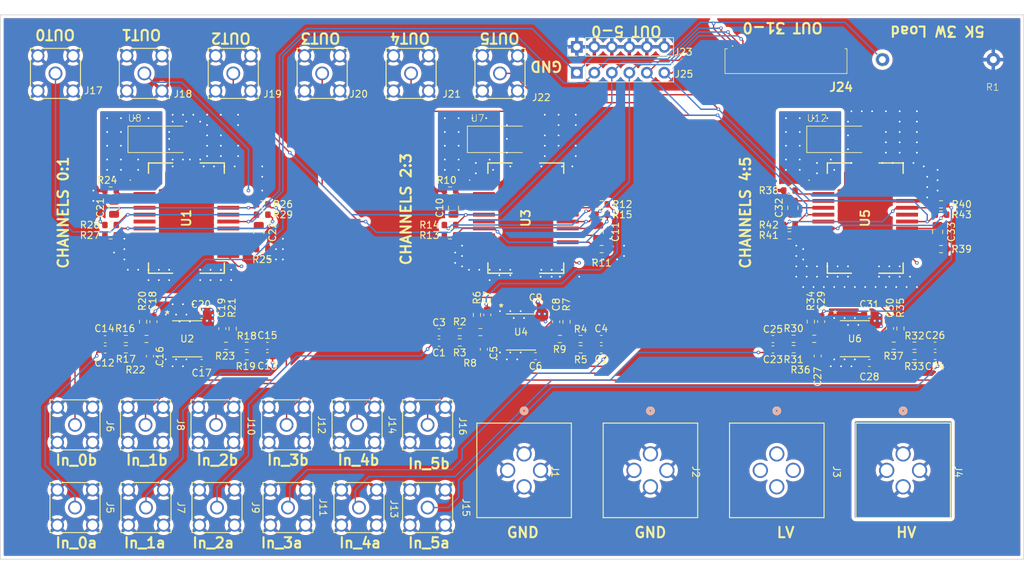
<source format=kicad_pcb>
(kicad_pcb (version 20240108) (generator "pcbnew") (generator_version "8.0")
  (layers (0 "F.Cu" signal) (1 "In1.Cu" power "GND") (2 "In2.Cu" power "C.Cu") (31 "B.Cu" signal) (34 "B.Paste" user) (35 "F.Paste" user) (36 "B.SilkS" user "B.Silkscreen") (37 "F.SilkS" user "F.Silkscreen") (38 "B.Mask" user) (39 "F.Mask" user) (44 "Edge.Cuts" user))
  (net 0 "")
  (net 1 "input_0a")
  (net 2 "GND")
  (net 3 "input_1a")
  (net 4 "Net-(C2-Pad2)")
  (net 5 "input_0b")
  (net 6 "Net-(U4A-INA+)")
  (net 7 "input_1b")
  (net 8 "Net-(U4A-INA-)")
  (net 9 "/amp_0/output0_lv")
  (net 10 "+12V")
  (net 11 "Net-(C13-Pad2)")
  (net 12 "input_2a")
  (net 13 "input_2b")
  (net 14 "Net-(C14-Pad2)")
  (net 15 "input_3a")
  (net 16 "input_3b")
  (net 17 "Net-(C25-Pad2)")
  (net 18 "input_4a")
  (net 19 "input_4b")
  (net 20 "Net-(C26-Pad2)")
  (net 21 "input_5a")
  (net 22 "input_5b")
  (net 23 "output_1")
  (net 24 "Net-(U2B-INB+)")
  (net 25 "Net-(U2B-INB-)")
  (net 26 "HV")
  (net 27 "Net-(U4B-INB+)")
  (net 28 "Net-(U4B-INB-)")
  (net 29 "output_0")
  (net 30 "Net-(C23-Pad2)")
  (net 31 "Net-(C24-Pad2)")
  (net 32 "output_2")
  (net 33 "output_3")
  (net 34 "output_4")
  (net 35 "output_5")
  (net 36 "Net-(U3A-CC_A_2)")
  (net 37 "Net-(U3A-CC_A_1)")
  (net 38 "Net-(U6A-INA+)")
  (net 39 "Net-(U6A-INA-)")
  (net 40 "Net-(U5A-CC_A_2)")
  (net 41 "Net-(U5A-CC_A_1)")
  (net 42 "Net-(U5B-CC_B_1)")
  (net 43 "Net-(U5B-CC_B_2)")
  (net 44 "Net-(U3A-CL_A)")
  (net 45 "Net-(U3A--IN_A)")
  (net 46 "Net-(U5A-CL_A)")
  (net 47 "Net-(U5A--IN_A)")
  (net 48 "Net-(U3A-NC_1)")
  (net 49 "Net-(U5A-NC_1)")
  (net 50 "/amp_1/output2_lv")
  (net 51 "/amp_2/output4_lv")
  (net 52 "/amp_0/output1_lv")
  (net 53 "Net-(U3B-CC_B_1)")
  (net 54 "Net-(U3B-CC_B_2)")
  (net 55 "Net-(U6B-INB+)")
  (net 56 "Net-(U6B-INB-)")
  (net 57 "Net-(U1B-CC_B_2)")
  (net 58 "Net-(U1B-CC_B_1)")
  (net 59 "Net-(U3B-CL_B)")
  (net 60 "Net-(U3B--IN_B)")
  (net 61 "Net-(U5B-CL_B)")
  (net 62 "Net-(U5B--IN_B)")
  (net 63 "Net-(U1B-CL_B)")
  (net 64 "Net-(U1B--IN_B)")
  (net 65 "/amp_2/output5_lv")
  (net 66 "/amp_1/output3_lv")
  (net 67 "Net-(C1-Pad2)")
  (net 68 "Net-(C3-Pad2)")
  (net 69 "Net-(C4-Pad2)")
  (net 70 "Net-(C12-Pad2)")
  (net 71 "Net-(C15-Pad2)")
  (net 72 "Net-(U2A-INA+)")
  (net 73 "Net-(U2A-INA-)")
  (net 74 "Net-(U1A-CC_A_1)")
  (net 75 "Net-(U1A-CC_A_2)")
  (net 102 "Net-(R2-Pad1)")
  (net 103 "Net-(R4-Pad1)")
  (net 104 "Net-(R16-Pad1)")
  (net 105 "Net-(R18-Pad1)")
  (net 106 "Net-(U1A-CL_A)")
  (net 107 "Net-(U1A--IN_A)")
  (net 108 "Net-(R30-Pad1)")
  (net 109 "Net-(R32-Pad1)")
  (net 110 "Net-(U1A-NC_1)")
  (footprint "Capacitor_SMD:C_0603_1608Metric" (layer "F.Cu") (at 43.21 57.535 180)
    (property "Reference" "C20")
    (property "Value" "0.1u")
  )
  (footprint "Capacitor_SMD:C_0603_1608Metric" (layer "F.Cu") (at 132.605 63.5175 -90)
    (property "Reference" "C27")
    (property "Value" "1.56pF")
  )
  (footprint "Capacitor_SMD:C_0603_1608Metric" (layer "F.Cu") (at 29.21 61.075)
    (property "Reference" "C14")
    (property "Value" "0.1u")
  )
  (footprint "726_footprints:OPA2211AIDDAR_L" (layer "F.Cu") (at 41.105 61.0175)
    (property "Reference" "U2")
    (property "Value" "~")
  )
  (footprint "Capacitor_SMD:C_0805_2012Metric" (layer "F.Cu") (at 51.5 45.5 90)
    (property "Reference" "C22")
    (property "Value" "0.75pF, 500V")
  )
  (footprint "Resistor_SMD:R_0603_1608Metric" (layer "F.Cu") (at 49.77 63.535)
    (property "Reference" "R19")
    (property "Value" "R_US")
  )
  (footprint "726_footprints:SMCJ150A-13-F" (layer "F.Cu") (at 136.0175 35.655)
    (property "Reference" "U12")
    (property "Value" "~")
  )
  (footprint "Capacitor_SMD:C_0805_2012Metric" (layer "F.Cu") (at 79.75 42 -90)
    (property "Reference" "C10")
    (property "Value" "0.75pF, 500V")
  )
  (footprint "Resistor_SMD:R_0603_1608Metric" (layer "F.Cu") (at 52 41.5)
    (property "Reference" "R26")
    (property "Value" "1R")
  )
  (footprint "Capacitor_SMD:C_0805_2012Metric" (layer "F.Cu") (at 100.75 45.5 90)
    (property "Reference" "C11")
    (property "Value" "0.75pF, 500V")
  )
  (footprint "Resistor_SMD:R_0603_1608Metric" (layer "F.Cu") (at 98.2175 62.5413)
    (property "Reference" "R5")
    (property "Value" "R_US")
  )
  (footprint "Resistor_SMD:R_0603_1608Metric" (layer "F.Cu") (at 150.5 48)
    (property "Reference" "R39")
    (property "Value" "22.6")
  )
  (footprint "Capacitor_SMD:C_0805_2012Metric" (layer "F.Cu") (at 150 45.5 90)
    (property "Reference" "C33")
    (property "Value" "0.75pF, 500V")
  )
  (footprint "Resistor_SMD:R_0603_1608Metric" (layer "F.Cu") (at 52 43)
    (property "Reference" "R29")
    (property "Value" "25R")
  )
  (footprint "Connector_PinHeader_2.54mm:PinHeader_1x06_P2.54mm_Vertical" (layer "F.Cu") (at 97.65 22.4 90)
    (property "Reference" "J25")
    (property "Value" "Conn_01x06_Pin")
  )
  (footprint "Capacitor_SMD:C_0603_1608Metric" (layer "F.Cu") (at 101.1975 61.0413 180)
    (property "Reference" "C4")
    (property "Value" "0.1u")
  )
  (footprint "726_footprints:CONN_RF2-04A-T-00-50-G_ADM" (layer "F.Cu") (at 66.0426 85.5 -90)
    (property "Reference" "J13")
    (property "Value" "SMA_RF2-04A-T-00-50-G")
  )
  (footprint "Capacitor_SMD:C_0603_1608Metric" (layer "F.Cu") (at 29.21 62.575)
    (property "Reference" "C12")
    (property "Value" "0.1u")
  )
  (footprint "Resistor_SMD:R_0603_1608Metric" (layer "F.Cu") (at 47.71 59.535 -90)
    (property "Reference" "R21")
    (property "Value" "4k")
  )
  (footprint "726_footprints:PA341DF" (layer "F.Cu") (at 139.5 43.5 -90)
    (property "Reference" "U5")
    (property "Value" "~" (hide yes))
  )
  (footprint "726_footprints:OPA2211AIDDAR_L" (layer "F.Cu") (at 138 61)
    (property "Reference" "U6")
    (property "Value" "~")
  )
  (footprint "726_footprints:SMCJ150A-13-F" (layer "F.Cu") (at 37.5175 35.655)
    (property "Reference" "U8")
    (property "Value" "~")
  )
  (footprint "Resistor_SMD:R_0603_1608Metric" (layer "F.Cu") (at 128.5 39.5 180)
    (property "Reference" "R38")
    (property "Value" "22.6")
  )
  (footprint "Capacitor_SMD:C_0603_1608Metric" (layer "F.Cu") (at 94.6575 58.5413 -90)
    (property "Reference" "C8")
    (property "Value" "1pF")
  )
  (footprint "Resistor_SMD:R_0603_1608Metric" (layer "F.Cu") (at 150.5 41.5)
    (property "Reference" "R40")
    (property "Value" "1R")
  )
  (footprint "726_footprints:banana_plug_CT3151V1-0" (layer "F.Cu") (at 108.3333 77.7173 -90)
    (property "Reference" "J2")
    (property "Value" "CT3151V1-0")
  )
  (footprint "Capacitor_SMD:C_0603_1608Metric" (layer "F.Cu") (at 126.105 61.0575)
    (property "Reference" "C25")
    (property "Value" "0.1u")
  )
  (footprint "Capacitor_SMD:C_0603_1608Metric" (layer "F.Cu") (at 140.105 57.5175 180)
    (property "Reference" "C31")
    (property "Value" "0.1u")
  )
  (footprint "Connector_PinHeader_2.54mm:PinHeader_1x06_P2.54mm_Vertical" (layer "F.Cu") (at 97.65 18.65 90)
    (property "Reference" "J23")
    (property "Value" "Conn_01x06_Pin")
  )
  (footprint "Capacitor_SMD:C_0603_1608Metric" (layer "F.Cu") (at 149.645 63.5175 180)
    (property "Reference" "C24")
    (property "Value" "0.1u")
  )
  (footprint "726_footprints:SMCJ150A-13-F" (layer "F.Cu") (at 86.7675 35.655)
    (property "Reference" "U7")
    (property "Value" "~")
  )
  (footprint "726_footprints:CONN_RF2-04A-T-00-50-G_ADM" (layer "F.Cu") (at 24.8333 85.5 -90)
    (property "Reference" "J5")
    (property "Value" "SMA_RF2-04A-T-00-50-G")
  )
  (footprint "726_footprints:CONN_RF2-04A-T-00-50-G_ADM" (layer "F.Cu") (at 55.7403 85.5 -90)
    (property "Reference" "J11")
    (property "Value" "SMA_RF2-04A-T-00-50-G")
  )
  (footprint "Resistor_SMD:R_0603_1608Metric" (layer "F.Cu") (at 98.1975 61.0413)
    (property "Reference" "R4")
    (property "Value" "1k")
  )
  (footprint "Resistor_SMD:R_0603_1608Metric" (layer "F.Cu") (at 30 39.5 180)
    (property "Reference" "R24")
    (property "Value" "22.6")
  )
  (footprint "Capacitor_SMD:C_0603_1608Metric" (layer "F.Cu") (at 91.6575 56.5413 180)
    (property "Reference" "C9")
    (property "Value" "0.1u")
  )
  (footprint "726_footprints:CONN_RF2-04A-T-00-50-G_ADM" (layer "F.Cu") (at 55.5333 73.5 -90)
    (property "Reference" "J12")
    (property "Value" "SMA_RF2-04A-T-00-50-G")
  )
  (footprint "Capacitor_SMD:C_0603_1608Metric" (layer "F.Cu") (at 143.105 59.5175 -90)
    (property "Reference" "C30")
    (property "Value" "1pF")
  )
  (footprint "Capacitor_SMD:C_0805_2012Metric" (layer "F.Cu") (at 129 42 -90)
    (property "Reference" "C32")
    (property "Value" "0.75pF, 500V")
  )
  (footprint "726_footprints:PA341DF" (layer "F.Cu") (at 90.25 43.5 -90)
    (property "Reference" "U3")
    (property "Value" "~" (hide yes))
  )
  (footprint "Capacitor_SMD:C_0603_1608Metric" (layer "F.Cu") (at 52.75 62.035 180)
    (property "Reference" "C15")
    (property "Value" "0.1u")
  )
  (footprint "Capacitor_SMD:C_0805_2012Metric" (layer "F.Cu") (at 30.5 42 -90)
    (property "Reference" "C21")
    (property "Value" "0.75pF, 500V")
  )
  (footprint "726_footprints:CONN_RF2-04A-T-00-50-G_ADM" (layer "F.Cu") (at 45.438 85.5 -90)
    (property "Reference" "J9")
    (property "Value" "SMA_RF2-04A-T-00-50-G")
  )
  (footprint "Capacitor_SMD:C_0603_1608Metric" (layer "F.Cu") (at 46.21 59.535 -90)
    (property "Reference" "C19")
    (property "Value" "1pF")
  )
  (footprint "Resistor_SMD:R_0603_1608Metric" (layer "F.Cu") (at 128.5 44.5 180)
    (property "Reference" "R42")
    (property "Value" "25R")
  )
  (footprint "Resistor_SMD:R_0603_1608Metric" (layer "F.Cu") (at 128.5 46 180)
    (property "Reference" "R41")
    (property "Value" "1R")
  )
  (footprint "Capacitor_SMD:C_0603_1608Metric" (layer "F.Cu") (at 140.105 64.5175 180)
    (property "Reference" "C28")
    (property "Value" "1.56pF")
  )
  (footprint "Resistor_SMD:R_0603_1608Metric" (layer "F.Cu") (at 101.25 41.5)
    (property "Reference" "R12")
    (property "Value" "1R")
  )
  (footprint "Capacitor_SMD:C_0603_1608Metric" (layer "F.Cu") (at 91.6575 63.5413 180)
    (property "Reference" "C6")
    (property "Value" "1.56pF")
  )
  (footprint "Resistor_SMD:R_0603_1608Metric" (layer "F.Cu") (at 79.25 46 180)
    (property "Reference" "R13")
    (property "Value" "1R")
  )
  (footprint "Resistor_SMD:R_0603_1608Metric" (layer "F.Cu") (at 35.21 61.035 180)
    (property "Reference" "R22")
    (property "Value" "R_US")
  )
  (footprint "Resistor_SMD:R_0603_1608Metric" (layer "F.Cu") (at 129.105 61.0175 180)
    (property "Reference" "R30")
    (property "Value" "1k")
  )
  (footprint "Resistor_SMD:R_0603_1608Metric" (layer "F.Cu") (at 132.105 61.0175 180)
    (property "Reference" "R36")
    (property "Value" "R_US")
  )
  (footprint "Capacitor_SMD:C_0603_1608Metric" (layer "F.Cu") (at 149.645 62.0175 180)
    (property "Reference" "C26")
    (property "Value" "0.1u")
  )
  (footprint "726_footprints:CONN_RF2-04A-T-00-50-G_ADM" (layer "F.Cu") (at 34.9 22.5 90)
    (property "Reference" "J18")
    (property "Value" "SMA_RF2-04A-T-00-50-G")
  )
  (footprint "Resistor_SMD:R_0603_1608Metric" (layer "F.Cu") (at 83.6575 60.0413 180)
    (property "Reference" "R8")
    (property "Value" "R_US")
  )
  (footprint "726_footprints:CONN_RF2-04A-T-00-50-G_ADM" (layer "F.Cu") (at 65.7667 73.5 -90)
    (property "Reference" "J14")
    (property "Value" "SMA_RF2-04A-T-00-50-G")
  )
  (footprint "Capacitor_SMD:C_0603_1608Metric" (layer "F.Cu") (at 36.21 58.535 -90)
    (property "Reference" "C18")
    (property "Value" "1pF")
  )
  (footprint "Resistor_SMD:R_0603_1608Metric" (layer "F.Cu") (at 32.21 61.035 180)
    (property "Reference" "R16")
    (property "Value" "1k")
  )
  (footprint "726_footprints:banana_plug_CT3151V1-0" (layer "F.Cu") (at 145 77.7173 -90)
    (property "Reference" "J4")
    (property "Value" "CT3151V1-2")
  )
  (footprint "Capacitor_SMD:C_0603_1608Metric" (layer "F.Cu") (at 77.6575 61.5813)
    (property "Reference" "C1")
    (property "Value" "0.1u")
  )
  (footprint "726_footprints:Molex_5034803200" (layer "F.Cu") (at 128 20.5)
    (property "Reference" "J24")
    (property "Value" "503480-3200" (hide yes))
  )
  (footprint "726_footprints:CONN_RF2-04A-T-00-50-G_ADM" (layer "F.Cu") (at 76 85.5 -90)
    (property "Reference" "J15")
    (property "Value" "SMA_RF2-04A-T-00-50-G")
  )
  (footprint "726_footprints:CONN_RF2-04A-T-00-50-G_ADM" (layer "F.Cu") (at 22 22.5 90)
    (property "Reference" "J17")
    (property "Value" "SMA_RF2-04A-T-00-50-G")
  )
  (footprint "Resistor_SMD:R_0603_1608Metric" (layer "F.Cu") (at 49.75 62.035)
    (property "Reference" "R18")
    (property "Value" "1k")
  )
  (footprint "Resistor_SMD:R_0603_1608Metric" (layer "F.Cu") (at 79.25 44.5 180)
    (property "Reference" "R14")
    (property "Value" "25R")
  )
  (footprint "Capacitor_SMD:C_0603_1608Metric" (layer "F.Cu") (at 126.105 62.5575)
    (property "Reference" "C23")
    (property "Value" "0.1u")
  )
  (footprint "726_footprints:CONN_RF2-04A-T-00-50-G_ADM" (layer "F.Cu") (at 73.6 22.5 90)
    (property "Reference" "J21")
    (property "Value" "SMA_RF2-04A-T-00-50-G")
  )
  (footprint "Resistor_SMD:R_0603_1608Metric" (layer "F.Cu") (at 146.665 63.5175)
    (property "Reference" "R33")
    (property "Value" "R_US")
  )
  (footprint "Resistor_SMD:R_0603_1608Metric" (layer "F.Cu") (at 146.645 62.0175)
    (property "Reference" "R32")
    (property "Value" "1k")
  )
  (footprint "726_footprints:PA341DF" (layer "F.Cu") (at 41 43.5 -90)
    (property "Reference" "U1")
    (property "Value" "~" (hide yes))
  )
  (footprint "Resistor_SMD:R_0603_1608Metric" (layer "F.Cu") (at 46.75 62.035)
    (property "Reference" "R23")
    (property "Value" "R_US")
  )
  (footprint "726_footprints:CONN_RF2-04A-T-00-50-G_ADM" (layer "F.Cu") (at 35.1356 85.5 -90)
    (property "Reference" "J7")
    (property "Value" "SMA_RF2-04A-T-00-50-G")
  )
  (footprint "Resistor_SMD:R_0603_1608Metric" (layer "F.Cu") (at 80.6575 61.5413 180)
    (property "Reference" "R3")
    (property "Value" "R_US")
  )
  (footprint "Resistor_SMD:R_0603_1608Metric" (layer "F.Cu") (at 32.21 62.535 180)
    (property "Reference" "R17")
    (property "Value" "R_US")
  )
  (footprint "Resistor_SMD:R_0603_1608Metric" (layer "F.Cu") (at 34.71 58.535 -90)
    (property "Reference" "R20")
    (property "Value" "4k")
  )
  (footprint "726_footprints:CONN_RF2-04A-T-00-50-G_ADM" (layer "F.Cu") (at 45.3 73.5 -90)
    (property "Reference" "J10")
    (property "Value" "SMA_RF2-04A-T-00-50-G")
  )
  (footprint "Resistor_SMD:R_0603_1608Metric" (layer "F.Cu") (at 131.605 58.5175 -90)
    (property "Reference" "R34")
    (property "Value" "4k")
  )
  (footprint "Capacitor_SMD:C_0603_1608Metric" (layer "F.Cu") (at 84.6575 57.5413 -90)
    (property "Reference" "C7")
    (property "Value" "1pF")
  )
  (footprint "Resistor_SMD:R_0603_1608Metric" (layer "F.Cu") (at 30 44.5 180)
    (property "Reference" "R28")
    (property "Value" "25R")
  )
  (footprint "726_footprints:CONN_RF2-04A-T-00-50-G_ADM" (layer "F.Cu") (at 60.7 22.5 90)
    (property "Reference" "J20")
    (property "Value" "SMA_RF2-04A-T-00-50-G")
  )
  (footprint "Resistor_SMD:R_0603_1608Metric" (layer "F.Cu") (at 80.6575 60.0413 180)
    (property "Reference" "R2")
    (property "Value" "1k")
  )
  (footprint "Resistor_SMD:R_0603_1608Metric" (layer "F.Cu") (at 83.1575 57.5413 -90)
    (property "Reference" "R6")
    (property "Value" "4k")
  )
  (footprint "726_footprints:RS02B5K000FB12" (layer "F.Cu") (at 142.0875 20.5)
    (property "Reference" "R1")
    (property "Value" "R_US")
  )
  (footprint "Resistor_SMD:R_0603_1608Metric" (layer "F.Cu") (at 96.1575 58.5413 -90)
    (property "Reference" "R7")
    (property "Value" "4k")
  )
  (footprint "726_footprints:CONN_RF2-04A-T-00-50-G_ADM" (layer "F.Cu") (at 47.8 22.5 90)
    (property "Reference" "J19")
    (property "Value" "SMA_RF2-04A-T-00-50-G")
  )
  (footprint "Capacitor_SMD:C_0603_1608Metric" (layer "F.Cu") (at 77.6575 60.0813)
    (property "Reference" "C3")
    (property "Value" "0.1u")
  )
  (footprint "Resistor_SMD:R_0603_1608Metric" (layer "F.Cu") (at 143.645 62.0175)
    (property "Reference" "R37")
    (property "Value" "R_US")
  )
  (footprint "Capacitor_SMD:C_0603_1608Metric" (layer "F.Cu") (at 52.75 63.535 180)
    (property "Reference" "C13")
    (property "Value" "0.1u")
  )
  (footprint "726_footprints:banana_plug_CT3151V1-0" (layer "F.Cu") (at 90 77.7173 -90)
    (property "Reference" "J1")
    (property "Value" "CT3151V1-0")
  )
  (footprint "Capacitor_SMD:C_0603_1608Metric" (layer "F.Cu") (at 35.71 63.535 -90)
    (property "Reference" "C16")
    (property "Value" "1.56pF")
  )
  (footprint "Resistor_SMD:R_0603_1608Metric" (layer "F.Cu") (at 150.5 43)
    (property "Reference" "R43")
    (property "Value" "25R")
  )
  (footprint "Resistor_SMD:R_0603_1608Metric" (layer "F.Cu") (at 30 46 180)
    (property "Reference" "R27")
    (property "Value" "1R")
  )
  (footprint "726_footprints:CONN_RF2-04A-T-00-50-G_ADM" (layer "F.Cu") (at 24.8333 73.5 -90)
    (property "Reference" "J6")
    (property "Value" "SMA_RF2-04A-T-00-50-G" (hide yes))
  )
  (footprint "Resistor_SMD:R_0603_1608Metric" (layer "F.Cu") (at 101.25 43)
    (property "Reference" "R15")
    (property "Value" "25R")
  )
  (footprint "Capacitor_SMD:C_0603_1608Metric" (layer "F.Cu") (at 101.1975 62.5413 180)
    (property "Reference" "C2")
    (property "Value" "0.1u")
  )
  (footprint "Resistor_SMD:R_0603_1608Metric" (layer "F.Cu") (at 129.105 62.5175 180)
    (property "Reference" "R31")
    (property "Value" "R_US")
  )
  (footprint "Resistor_SMD:R_0603_1608Metric" (layer "F.Cu") (at 144.605 59.5175 -90)
    (property "Reference" "R35")
    (property "Value" "4k")
  )
  (footprint "726_footprints:CONN_RF2-04A-T-00-50-G_ADM" (layer "F.Cu") (at 76 73.5 -90)
    (property "Reference" "J16")
    (property "Value" "SMA_RF2-04A-T-00-50-G")
  )
  (footprint "Capacitor_SMD:C_0603_1608Metric" (layer "F.Cu") (at 84.1575 62.5413 -90)
    (property "Reference" "C5")
    (property "Value" "1.56pF")
  )
  (footprint "Resistor_SMD:R_0603_1608Metric" (layer "F.Cu") (at 52 48)
    (property "Reference" "R25")
    (property "Value" "22.6")
  )
  (footprint "726_footprints:CONN_RF2-04A-T-00-50-G_ADM" (layer "F.Cu") (at 86.5 22.5 90)
    (property "Reference" "J22")
    (property "Value" "SMA_RF2-04A-T-00-50-G")
  )
  (footprint "Resistor_SMD:R_0603_1608Metric" (layer "F.Cu") (at 79.25 39.5 180)
    (property "Reference" "R10")
    (property "Value" "22.6")
  )
  (footprint "726_footprints:OPA2211AIDDAR_L" (layer "F.Cu") (at 89.5525 60.0238)
    (property "Reference" "U4")
    (property "Value" "~")
  )
  (footprint "726_footprints:banana_plug_CT3151V1-0" (layer "F.Cu") (at 126.6667 77.7173 -90)
    (property "Reference" "J3")
    (property "Value" "CT3151V1-2")
  )
  (footprint "726_footprints:CONN_RF2-04A-T-00-50-G_ADM" (layer "F.Cu") (at 35.0667 73.5 -90)
    (property "Reference" "J8")
    (property "Value" "SMA_RF2-04A-T-00-50-G")
  )
  (footprint "Resistor_SMD:R_0603_1608Metric" (layer "F.Cu") (at 95.1975 61.0413)
    (property "Reference" "R9")
    (property "Value" "R_US")
  )
  (footprint "Capacitor_SMD:C_0603_1608Metric" (layer "F.Cu") (at 43.21 64.535 180)
    (property "Reference" "C17")
    (property "Value" "1.56pF")
  )
  (footprint "Resistor_SMD:R_0603_1608Metric" (layer "F.Cu") (at 101.25 48)
    (property "Reference" "R11")
    (property "Value" "22.6")
  )
  (footprint "Capacitor_SMD:C_0603_1608Metric" (layer "F.Cu") (at 133.105 58.5175 -90)
    (property "Reference" "C29")
    (property "Value" "1pF")
  )
  (gr_rect (start 14 14) (end 162.5 93) (stroke (width 0.1)) (fill none) (layer "Edge.Cuts"))
  (gr_text "In_0b" (at 21.833333 79.5 0) (layer "F.SilkS") (effects (font (size 1.5 1.5) (thickness 0.3) (bold yes)) (justify left bottom)))
  (gr_text "In_2b" (at 42.299999 79.5 0) (layer "F.SilkS") (effects (font (size 1.5 1.5) (thickness 0.3) (bold yes)) (justify left bottom)))
  (gr_text "LV" (at 126.5 90 0) (layer "F.SilkS") (effects (font (size 1.5 1.5) (thickness 0.3) (bold yes)) (justify left bottom)))
  (gr_text "In_1b" (at 32.066666 79.5 0) (layer "F.SilkS") (effects (font (size 1.5 1.5) (thickness 0.3) (bold yes)) (justify left bottom)))
  (gr_text "OUT 31-0" (at 133.5 15 180) (layer "F.SilkS") (effects (font (size 1.5 1.5) (thickness 0.3) (bold yes)) (justify left bottom)))
  (gr_text "CHANNELS 2:3" (at 73.75 50.5 90) (layer "F.SilkS") (effects (font (size 1.5 1.5) (thickness 0.3) (bold yes)) (justify left bottom)))
  (gr_text "5K 3W Load" (at 157 15.5 180) (layer "F.SilkS") (effects (font (size 1.5 1.5) (thickness 0.3) (bold yes)) (justify left bottom)))
  (gr_text "In_1a" (at 31.766666 91.5 0) (layer "F.SilkS") (effects (font (size 1.5 1.5) (thickness 0.3) (bold yes)) (justify left bottom)))
  (gr_text "GND" (at 87.333333 90 0) (layer "F.SilkS") (effects (font (size 1.5 1.5) (thickness 0.3) (bold yes)) (justify left bottom)))
  (gr_text "OUT2" (at 50.5 16.5 180) (layer "F.SilkS") (effects (font (size 1.5 1.5) (thickness 0.3) (bold yes)) (justify left bottom)))
  (gr_text "OUT 5-0" (at 110.1 15.5 180) (layer "F.SilkS") (effects (font (size 1.5 1.5) (thickness 0.3) (bold yes)) (justify left bottom)))
  (gr_text "OUT3" (at 63.5 16.5 180) (layer "F.SilkS") (effects (font (size 1.5 1.5) (thickness 0.3) (bold yes)) (justify left bottom)))
  (gr_text "In_3a" (at 51.633332 91.5 0) (layer "F.SilkS") (effects (font (size 1.5 1.5) (thickness 0.3) (bold yes)) (justify left bottom)))
  (gr_text "CHANNELS 4:5" (at 123 51 90) (layer "F.SilkS") (effects (font (size 1.5 1.5) (thickness 0.3) (bold yes)) (justify left bottom)))
  (gr_text "CHANNELS 0:1" (at 24 51 90) (layer "F.SilkS") (effects (font (size 1.5 1.5) (thickness 0.3) (bold yes)) (justify left bottom)))
  (gr_text "In_5b" (at 73 80 0) (layer "F.SilkS") (effects (font (size 1.5 1.5) (thickness 0.3) (bold yes)) (justify left bottom)))
  (gr_text "GND" (at 95.7 20.6 180) (layer "F.SilkS") (effects (font (size 1.5 1.5) (thickness 0.3) (bold yes)) (justify left bottom)))
  (gr_text "In_2a" (at 41.699999 91.5 0) (layer "F.SilkS") (effects (font (size 1.5 1.5) (thickness 0.3) (bold yes)) (justify left bottom)))
  (gr_text "In_4a" (at 63 91.5 0) (layer "F.SilkS") (effects (font (size 1.5 1.5) (thickness 0.3) (bold yes)) (justify left bottom)))
  (gr_text "In_5a" (at 73 91.5 0) (layer "F.SilkS") (effects (font (size 1.5 1.5) (thickness 0.3) (bold yes)) (justify left bottom)))
  (gr_text "GND" (at 105.833333 90 0) (layer "F.SilkS") (effects (font (size 1.5 1.5) (thickness 0.3) (bold yes)) (justify left bottom)))
  (gr_text "In_4b" (at 62.766665 79.5 0) (layer "F.SilkS") (effects (font (size 1.5 1.5) (thickness 0.3) (bold yes)) (justify left bottom)))
  (gr_text "OUT1" (at 37.5 16 180) (layer "F.SilkS") (effects (font (size 1.5 1.5) (thickness 0.3) (bold yes)) (justify left bottom)))
  (gr_text "HV" (at 143.833333 90 0) (layer "F.SilkS") (effects (font (size 1.5 1.5) (thickness 0.3) (bold yes)) (justify left bottom)))
  (gr_text "OUT0" (at 25 16 180) (layer "F.SilkS") (effects (font (size 1.5 1.5) (thickness 0.3) (bold yes)) (justify left bottom)))
  (gr_text "OUT4" (at 76.5 16.5 180) (layer "F.SilkS") (effects (font (size 1.5 1.5) (thickness 0.3) (bold yes)) (justify left bottom)))
  (gr_text "OUT5" (at 89.5 16.5 180) (layer "F.SilkS") (effects (font (size 1.5 1.5) (thickness 0.3) (bold yes)) (justify left bottom)))
  (gr_text "In_3b" (at 52.533332 79.5 0) (layer "F.SilkS") (effects (font (size 1.5 1.5) (thickness 0.3) (bold yes)) (justify left bottom)))
  (gr_text "In_0a" (at 21.833333 91.5 0) (layer "F.SilkS") (effects (font (size 1.5 1.5) (thickness 0.3) (bold yes)) (justify left bottom)))
  (segment (start 28 63.01) (end 28.435 62.575) (width 0.2032) (layer "F.Cu") (net 1))
  (segment (start 28 63.5) (end 28 63.01) (width 0.2032) (layer "F.Cu") (net 1))
  (via (at 28 63.5) (size 0.508) (drill 0.254) (layers "F.Cu" "B.Cu") (net 1))
  (segment (start 20.5 70.949809) (end 20.5 79.388609) (width 0.2032) (layer "B.Cu") (net 1))
  (segment (start 20.5 79.388609) (end 24.8333 83.721909) (width 0.2032) (layer "B.Cu") (net 1))
  (segment (start 24.8333 83.721909) (end 24.8333 85.5) (width 0.2032) (layer "B.Cu") (net 1))
  (segment (start 28 63.5) (end 27.949809 63.5) (width 0.2032) (layer "B.Cu") (net 1))
  (segment (start 27.949809 63.5) (end 20.5 70.949809) (width 0.2032) (layer "B.Cu") (net 1))
  (segment (start 85.6786 46.024) (end 84.199 46.024) (width 0.2032) (layer "F.Cu") (net 2))
  (segment (start 84.199 46.024) (end 84.175 46) (width 0.2032) (layer "F.Cu") (net 2))
  (segment (start 84.175 49) (end 85.485 49) (width 0.2032) (layer "F.Cu") (net 2))
  (segment (start 85.485 49) (end 86.5 47.985) (width 0.2032) (layer "F.Cu") (net 2))
  (segment (start 86.5 47.985) (end 86.5 46.8454) (width 0.2032) (layer "F.Cu") (net 2))
  (segment (start 86.5 46.8454) (end 85.6786 46.024) (width 0.2032) (layer "F.Cu") (net 2))
  (via (at 129.5 52) (size 0.508) (drill 0.254) (layers "F.Cu" "B.Cu") (net 2))
  (via (at 95 28.5) (size 0.508) (drill 0.254) (layers "F.Cu" "B.Cu") (net 2))
  (via (at 132.5 50.5) (size 0.508) (drill 0.254) (layers "F.Cu" "B.Cu") (net 2))
  (via (at 46 52.5) (size 0.508) (drill 0.254) (layers "F.Cu" "B.Cu") (net 2))
  (via (at 138 58) (size 0.508) (drill 0.254) (layers "F.Cu" "B.Cu") (net 2))
  (via (at 103.5 49.5) (size 0.508) (drill 0.254) (layers "F.Cu" "B.Cu") (net 2))
  (via (at 44 30) (size 0.508) (drill 0.254) (layers "F.Cu" "B.Cu") (net 2))
  (via (at 89 64) (size 0.508) (drill 0.254) (layers "F.Cu" "B.Cu") (net 2))
  (via (at 87.5 34) (size 0.508) (drill 0.254) (layers "F.Cu" "B.Cu") (net 2))
  (via (at 136 65) (size 0.508) (drill 0.254) (layers "F.Cu" "B.Cu") (net 2))
  (via (at 142.5 32.5) (size 0.508) (drill 0.254) (layers "F.Cu" "B.Cu") (net 2))
  (via (at 102.5 46.5) (size 0.508) (drill 0.254) (layers "F.Cu" "B.Cu") (net 2))
  (via (at 136.5 58) (size 0.508) (drill 0.254) (layers "F.Cu" "B.Cu") (net 2))
  (via (at 147 34) (size 0.508) (drill 0.254) (layers "F.Cu" "B.Cu") (net 2))
  (via (at 141 53.5) (size 0.508) (drill 0.254) (layers "F.Cu" "B.Cu") (net 2))
  (via (at 132.5 52) (size 0.508) (drill 0.254) (layers "F.Cu" "B.Cu") (net 2))
  (via (at 88 57) (size 0.508) (drill 0.254) (layers "F.Cu" "B.Cu") (net 2))
  (via (at 134.5 65) (size 0.508) (drill 0.254) (layers "F.Cu" "B.Cu") (net 2))
  (via (at 38 57.5) (size 0.508) (drill 0.254) (layers "F.Cu" "B.Cu") (net 2))
  (via (at 47.5 52.5) (size 0.508) (drill 0.254) (layers "F.Cu" "B.Cu") (net 2))
  (via (at 142.5 31) (size 0.508) (drill 0.254) (layers "F.Cu" "B.Cu") (net 2))
  (via (at 95 33) (size 0.508) (drill 0.254) (layers "F.Cu" "B.Cu") (net 2))
  (via (at 53 49.5) (size 0.508) (drill 0.254) (layers "F.Cu" "B.Cu") (net 2))
  (via (at 47.5 51) (size 0.508) (drill 0.254) (layers "F.Cu" "B.Cu") (net 2))
  (via (at 48.5 33) (size 0.508) (drill 0.254) (layers "F.Cu" "B.Cu") (net 2))
  (via (at 40 58.5) (size 0.508) (drill 0.254) (layers "F.Cu" "B.Cu") (net 2))
  (via (at 137 52) (size 0.508) (drill 0.254) (layers "F.Cu" "B.Cu") (net 2))
  (via (at 138 53.5) (size 0.508) (drill 0.254) (layers "F.Cu" "B.Cu") (net 2))
  (via (at 41 29.5) (size 0.508) (drill 0.254) (layers "F.Cu" "B.Cu") (net 2))
  (via (at 147 29.5) (size 0.508) (drill 0.254) (layers "F.Cu" "B.Cu") (net 2))
  (via (at 140.5 28) (size 0.508) (drill 0.254) (layers "F.Cu" "B.Cu") (net 2))
  (via (at 38 64) (size 0.508) (drill 0.254) (layers "F.Cu" "B.Cu") (net 2))
  (via (at 90 58) (size 0.508) (drill 0.254) (layers "F.Cu" "B.Cu") (net 2))
  (via (at 83.5 51) (size 0.508) (drill 0.254) (layers "F.Cu" "B.Cu") (net 2))
  (via (at 86 64) (size 0.508) (drill 0.254) (layers "F.Cu" "B.Cu") (net 2))
  (via (at 39 36) (size 0.508) (drill 0.254) (layers "F.Cu" "B.Cu") (net 2))
  (via (at 97.5 28.5) (size 0.508) (drill 0.254) (layers "F.Cu" "B.Cu") (net 2))
  (via (at 95.5 51) (size 0.508) (drill 0.254) (layers "F.Cu" "B.Cu") (net 2))
  (via (at 138 64) (size 0.508) (drill 0.254) (layers "F.Cu" "B.Cu") (net 2))
  (via (at 143.5 35.5) (size 0.508) (drill 0.254) (layers "F.Cu" "B.Cu") (net 2))
  (via (at 89.5 63) (size 0.508) (drill 0.254) (layers "F.Cu" "B.Cu") (net 2))
  (via (at 142.5 28) (size 0.508) (drill 0.254) (layers "F.Cu" "B.Cu") (net 2))
  (via (at 27.5 39.5) (size 0.508) (drill 0.254) (layers "F.Cu" "B.Cu") (net 2))
  (via (at 137 50.5) (size 0.508) (drill 0.254) (layers "F.Cu" "B.Cu") (net 2))
  (via (at 100 49.5) (size 0.508) (drill 0.254) (layers "F.Cu" "B.Cu") (net 2))
  (via (at 44.5 51) (size 0.508) (drill 0.254) (layers "F.Cu" "B.Cu") (net 2))
  (via (at 46 31.5) (size 0.508) (drill 0.254) (layers "F.Cu" "B.Cu") (net 2))
  (via (at 138.5 59) (size 0.508) (drill 0.254) (layers "F.Cu" "B.Cu") (net 2))
  (via (at 88.5 58) (size 0.508) (drill 0.254) (layers "F.Cu" "B.Cu") (net 2))
  (via (at 93 31.5) (size 0.508) (drill 0.254) (layers "F.Cu" "B.Cu") (net 2))
  (via (at 52 39.5) (size 0.508) (drill 0.254) (layers "F.Cu" "B.Cu") (net 2))
  (via (at 46 33) (size 0.508) (drill 0.254) (layers "F.Cu" "B.Cu") (net 2))
  (via (at 148.5 40.5) (size 0.508) (drill 0.254) (layers "F.Cu" "B.Cu") (net 2))
  (via (at 144.5 34) (size 0.508) (drill 0.254) (layers "F.Cu" "B.Cu") (net 2))
  (via (at 43.5 36) (size 0.508) (drill 0.254) (layers "F.Cu" "B.Cu") (net 2))
  (via (at 44 31.5) (size 0.508) (drill 0.254) (layers "F.Cu" "B.Cu") (net 2))
  (via (at 43 29.5) (size 0.508) (drill 0.254) (layers "F.Cu" "B.Cu") (net 2))
  (via (at 143 52) (size 0.508) (drill 0.254) (layers "F.Cu" "B.Cu") (net 2))
  (via (at 41 64) (size 0.508) (drill 0.254) (layers "F.Cu" "B.Cu") (net 2))
  (via (at 144.5 29.5) (size 0.508) (drill 0.254) (layers "F.Cu" "B.Cu") (net 2))
  (via (at 44 33) (size 0.508) (drill 0.254) (layers "F.Cu" "B.Cu") (net 2))
  (via (at 86.5 51) (size 0.508) (drill 0.254) (layers "F.Cu" "B.Cu") (net 2))
  (via (at 88 63) (size 0.508) (drill 0.254) (layers "F.Cu" "B.Cu") (net 2))
  (via (at 148.5 39) (size 0.508) (drill 0.254) (layers "F.Cu" "B.Cu") (net 2))
  (via (at 85 51) (size 0.508) (drill 0.254) (layers "F.Cu" "B.Cu") (net 2))
  (via (at 88 36) (size 0.508) (drill 0.254) (layers "F.Cu" "B.Cu") (net 2))
  (via (at 37.5 65) (size 0.508) (drill 0.254) (layers "F.Cu" "B.Cu") (net 2))
  (via (at 137.5 35.5) (size 0.508) (drill 0.254) (layers "F.Cu" "B.Cu") (net 2))
  (via (at 40.5 35) (size 0.508) (drill 0.254) (layers "F.Cu" "B.Cu") (net 2))
  (via (at 43 52.5) (size 0.508) (drill 0.254) (layers "F.Cu" "B.Cu") (net 2))
  (via (at 38.5 31) (size 0.508) (drill 0.254) (layers "F.Cu" "B.Cu") (net 2))
  (via (at 39 29.5) (size 0.508) (drill 0.254) (layers "F.Cu" "B.Cu") (net 2))
  (via (at 41.5 35) (size 0.508) (drill 0.254) (layers "F.Cu" "B.Cu") (net 2))
  (via (at 27.5 41) (size 0.508) (drill 0.254) (layers "F.Cu" "B.Cu") (net 2))
  (via (at 130.5 49.5) (size 0.508) (drill 0.254) (layers "F.Cu" "B.Cu") (net 2))
  (via (at 94 51) (size 0.508) (drill 0.254) (layers "F.Cu" "B.Cu") (net 2))
  (via (at 32 48) (size 0.508) (drill 0.254) (layers "F.Cu" "B.Cu") (net 2))
  (via (at 144.5 50.5) (size 0.508) (drill 0.254) (layers "F.Cu" "B.Cu") (net 2))
  (via (at 137.5 65) (size 0.508) (drill 0.254) (layers "F.Cu" "B.Cu") (net 2))
  (via (at 48.5 28.5) (size 0.508) (drill 0.254) (layers "F.Cu" "B.Cu") (net 2))
  (via (at 139.5 53.5) (size 0.508) (drill 0.254) (layers "F.Cu" "B.Cu") (net 2))
  (via (at 43 51) (size 0.508) (drill 0.254) (layers "F.Cu" "B.Cu") (net 2))
  (via (at 134 52) (size 0.508) (drill 0.254) (layers "F.Cu" "B.Cu") (net 2))
  (via (at 133.5 53.5) (size 0.508) (drill 0.254) (layers "F.Cu" "B.Cu") (net 2))
  (via (at 44 28.5) (size 0.508) (drill 0.254) (layers "F.Cu" "B.Cu") (net 2))
  (via (at 137.5 28) (size 0.508) (drill 0.254) (layers "F.Cu" "B.Cu") (net 2))
  (via (at 86.5 63) (size 0.508) (drill 0.254) (layers "F.Cu" "B.Cu") (net 2))
  (via (at 145 35.5) (size 0.508) (drill 0.254) (layers "F.Cu" "B.Cu") (net 2))
  (via (at 32 46.5) (size 0.508) (drill 0.254) (layers "F.Cu" "B.Cu") (net 2))
  (via (at 81 50.5) (size 0.508) (drill 0.254) (layers "F.Cu" "B.Cu") (net 2))
  (via (at 141.5 50.5) (size 0.508) (drill 0.254) (layers "F.Cu" "B.Cu") (net 2))
  (via (at 38.5 51) (size 0.508) (drill 0.254) (layers "F.Cu" "B.Cu") (net 2))
  (via (at 48.5 34.5) (size 0.508) (drill 0.254) (layers "F.Cu" "B.Cu") (net 2))
  (via (at 137 29.5) (size 0.508) (drill 0.254) (layers "F.Cu" "B.Cu") (net 2))
  (via (at 135.5 50.5) (size 0.508) (drill 0.254) (layers "F.Cu" "B.Cu") (net 2))
  (via (at 35.5 52.5) (size 0.508) (drill 0.254) (layers "F.Cu" "B.Cu") (net 2))
  (via (at 144.5 32.5) (size 0.508) (drill 0.254) (layers "F.Cu" "B.Cu") (net 2))
  (via (at 97.5 33) (size 0.508) (drill 0.254) (layers "F.Cu" "B.Cu") (net 2))
  (via (at 104.5 47.5) (size 0.508) (drill 0.254) (layers "F.Cu" "B.Cu") (net 2))
  (via (at 130.5 48) (size 0.508) (drill 0.254) (layers "F.Cu" "B.Cu") (net 2))
  (via (at 85 52.5) (size 0.508) (drill 0.254) (layers "F.Cu" "B.Cu") (net 2))
  (via (at 40.5 28.5) (size 0.508) (drill 0.254) (layers "F.Cu" "B.Cu") (net 2))
  (via (at 46 28.5) (size 0.508) (drill 0.254) (layers "F.Cu" "B.Cu") (net 2))
  (via (at 42 28.5) (size 0.508) (drill 0.254) (layers "F.Cu" "B.Cu") (net 2))
  (via (at 144.5 28) (size 0.508) (drill 0.254) (layers "F.Cu" "B.Cu") (net 2))
  (via (at 141.5 52) (size 0.508) (drill 0.254) (layers "F.Cu" "B.Cu") (net 2))
  (via (at 139 28) (size 0.508) (drill 0.254) (layers "F.Cu" "B.Cu") (net 2))
  (via (at 135.5 52) (size 0.508) (drill 0.254) (layers "F.Cu" "B.Cu") (net 2))
  (via (at 44 34.5) (size 0.508) (drill 0.254) (layers "F.Cu" "B.Cu") (net 2))
  (via (at 52 36) (size 0.508) (drill 0.254) (layers "F.Cu" "B.Cu") (net 2))
  (via (at 144 53.5) (size 0.508) (drill 0.254) (layers "F.Cu" "B.Cu") (net 2))
  (via (at 137 33.5) (size 0.508) (drill 0.254) (layers "F.Cu" "B.Cu") (net 2))
  (via (at 39 65) (size 0.508) (drill 0.254) (layers "F.Cu" "B.Cu") (net 2))
  (via (at 95 31.5) (size 0.508) (drill 0.254) (layers "F.Cu" "B.Cu") (net 2))
  (via (at 39 28.5) (size 0.508) (drill 0.254) (layers "F.Cu" "B.Cu") (net 2))
  (via (at 150 36.5) (size 0.508) (drill 0.254) (layers "F.Cu" "B.Cu") (net 2))
  (via (at 130.5 53.5) (size 0.508) (drill 0.254) (layers "F.Cu" "B.Cu") (net 2))
  (via (at 92.4 52) (size 0.508) (drill 0.254) (layers "F.Cu" "B.Cu") (net 2))
  (via (at 38.5 33.5) (size 0.508) (drill 0.254) (layers "F.Cu" "B.Cu") (net 2))
  (via (at 93 34.5) (size 0.508) (drill 0.254) (layers "F.Cu" "B.Cu") (net 2))
  (via (at 145.5 53.5) (size 0.508) (drill 0.254) (layers "F.Cu" "B.Cu") (net 2))
  (via (at 39.5 64) (size 0.508) (drill 0.254) (layers "F.Cu" "B.Cu") (net 2))
  (via (at 132 53.5) (size 0.508) (drill 0.254) (layers "F.Cu" "B.Cu") (net 2))
  (via (at 131 50.5) (size 0.508) (drill 0.254) (layers "F.Cu" "B.Cu") (net 2))
  (via (at 129.5 49) (size 0.508) (drill 0.254) (layers "F.Cu" "B.Cu") (net 2))
  (via (at 39 56) (size 0.508) (drill 0.254) (layers "F.Cu" "B.Cu") (net 2))
  (via (at 55 46.5) (size 0.508) (drill 0.254) (layers "F.Cu" "B.Cu") (net 2))
  (via (at 89.5 57) (size 0.508) (drill 0.254) (layers "F.Cu" "B.Cu") (net 2))
  (via (at 97.5 34.5) (size 0.508) (drill 0.254) (layers "F.Cu" "B.Cu") (net 2))
  (via (at 39.5 57.5) (size 0.508) (drill 0.254) (layers "F.Cu" "B.Cu") (net 2))
  (via (at 144.5 31) (size 0.508) (drill 0.254) (layers "F.Cu" "B.Cu") (net 2))
  (via (at 129.5 47.5) (size 0.508) (drill 0.254) (layers "F.Cu" "B.Cu") (net 2))
  (via (at 45 36) (size 0.508) (drill 0.254) (layers "F.Cu" "B.Cu") (net 2))
  (via (at 142 35.5) (size 0.508) (drill 0.254) (layers "F.Cu" "B.Cu") (net 2))
  (via (at 37 51) (size 0.508) (drill 0.254) (layers "F.Cu" "B.Cu") (net 2))
  (via (at 46 34.5) (size 0.508) (drill 0.254) (layers "F.Cu" "B.Cu") (net 2))
  (via (at 80 50) (size 0.508) (drill 0.254) (layers "F.Cu" "B.Cu") (net 2))
  (via (at 146.5 35.5) (size 0.508) (drill 0.254) (layers "F.Cu" "B.Cu") (net 2))
  (via (at 54 49.5) (size 0.508) (drill 0.254) (layers "F.Cu" "B.Cu") (net 2))
  (via (at 81 49) (size 0.508) (drill 0.254) (layers "F.Cu" "B.Cu") (net 2))
  (via (at 143 50.5) (size 0.508) (drill 0.254) (layers "F.Cu" "B.Cu") (net 2))
  (via (at 142.5 53.5) (size 0.508) (drill 0.254) (layers "F.Cu" "B.Cu") (net 2))
  (via (at 147 31) (size 0.508) (drill 0.254) (layers "F.Cu" "B.Cu") (net 2))
  (via (at 86.5 57) (size 0.508) (drill 0.254) (layers "F.Cu" "B.Cu") (net 2))
  (via (at 134 50.5) (size 0.508) (drill 0.254) (layers "F.Cu" "B.Cu") (net 2))
  (via (at 34 51) (size 0.508) (drill 0.254) (layers "F.Cu" "B.Cu") (net 2))
  (via (at 46.5 36) (size 0.508) (drill 0.254) (layers "F.Cu" "B.Cu") (net 2))
  (via (at 135 64) (size 0.508) (drill 0.254) (layers "F.Cu" "B.Cu") (net 2))
  (via (at 147 53.5) (size 0.508) (drill 0.254) (layers "F.Cu" "B.Cu") (net 2))
  (via (at 30.5 48.5) (size 0.508) (drill 0.254) (layers "F.Cu" "B.Cu") (net 2))
  (via (at 93 33) (size 0.508) (drill 0.254) (layers "F.Cu" "B.Cu") (net 2))
  (via (at 28.5 42) (size 0.508) (drill 0.254) (layers "F.Cu" "B.Cu") (net 2))
  (via (at 147 28) (size 0.508) (drill 0.254) (layers "F.Cu" "B.Cu") (net 2))
  (via (at 40.5 65) (size 0.508) (drill 0.254) (layers "F.Cu" "B.Cu") (net 2))
  (via (at 136.5 64) (size 0.508) (drill 0.254) (layers "F.Cu" "B.Cu") (net 2))
  (via (at 94 52) (size 0.508) (drill 0.254) (layers "F.Cu" "B.Cu") (net 2))
  (via (at 35.5 51) (size 0.508) (drill 0.254) (layers "F.Cu" "B.Cu") (net 2))
  (via (at 52 37.5) (size 0.508) (drill 0.254) (layers "F.Cu" "B.Cu") (net 2))
  (via (at 87.5 30) (size 0.508) (drill 0.254) (layers "F.Cu" "B.Cu") (net 2))
  (via (at 86.4 51.8) (size 0.508) (drill 0.254) (layers "F.Cu" "B.Cu") (net 2))
  (via (at 39 35) (size 0.508) (drill 0.254) (layers "F.Cu" "B.Cu") (net 2))
  (via (at 55 48) (size 0.508) (drill 0.254) (layers "F.Cu" "B.Cu") (net 2))
  (via (at 43 35) (size 0.508) (drill 0.254) (layers "F.Cu" "B.Cu") (net 2))
  (via (at 92.5 51) (size 0.508) (drill 0.254) (layers "F.Cu" "B.Cu") (net 2))
  (via (at 81 47.5) (size 0.508) (drill 0.254) (layers "F.Cu" "B.Cu") (net 2))
  (via (at 48.5 30) (size 0.508) (drill 0.254) (layers "F.Cu" "B.Cu") (net 2))
  (via (at 104.5 49) (size 0.508) (drill 0.254) (layers "F.Cu" "B.Cu") (net 2))
  (via (at 82 51) (size 0.508) (drill 0.254) (layers "F.Cu" "B.Cu") (net 2))
  (via (at 48 36) (size 0.508) (drill 0.254) (layers "F.Cu" "B.Cu") (net 2))
  (via (at 42 56) (size 0.508) (drill 0.254) (layers "F.Cu" "B.Cu") (net 2))
  (via (at 92.5 36) (size 0.508) (drill 0.254) (layers "F.Cu" "B.Cu") (net 2))
  (via (at 37 52.5) (size 0.508) (drill 0.254) (layers "F.Cu" "B.Cu") (net 2))
  (via (at 38.5 32) (size 0.508) (drill 0.254) (layers "F.Cu" "B.Cu") (net 2))
  (via (at 136.5 53.5) (size 0.508) (drill 0.254) (layers "F.Cu" "B.Cu") (net 2))
  (via (at 147 32.5) (size 0.508) (drill 0.254) (layers "F.Cu" "B.Cu") (net 2))
  (via (at 137 31.5) (size 0.508) (drill 0.254) (layers "F.Cu" "B.Cu") (net 2))
  (via (at 150 38) (size 0.508) (drill 0.254) (layers "F.Cu" "B.Cu") (net 2))
  (via (at 95.2 52) (size 0.508) (drill 0.254) (layers "F.Cu" "B.Cu") (net 2))
  (via (at 55 49.5) (size 0.508) (drill 0.254) (layers "F.Cu" "B.Cu") (net 2))
  (via (at 38.5 52.5) (size 0.508) (drill 0.254) (layers "F.Cu" "B.Cu") (net 2))
  (via (at 87.5 32) (size 0.508) (drill 0.254) (layers "F.Cu" "B.Cu") (net 2))
  (via (at 135 53.5) (size 0.508) (drill 0.254) (layers "F.Cu" "B.Cu") (net 2))
  (via (at 135 58) (size 0.508) (drill 0.254) (layers "F.Cu" "B.Cu") (net 2))
  (via (at 137 59) (size 0.508) (drill 0.254) (layers "F.Cu" "B.Cu") (net 2))
  (via (at 54 48) (size 0.508) (drill 0.254) (layers "F.Cu" "B.Cu") (net 2))
  (via (at 101.5 49.5) (size 0.508) (drill 0.254) (layers "F.Cu" "B.Cu") (net 2))
  (via (at 44.5 52.5) (size 0.508) (drill 0.254) (layers "F.Cu" "B.Cu") (net 2))
  (via (at 97 36) (size 0.508) (drill 0.254) (layers "F.Cu" "B.Cu") (net 2))
  (via (at 150 39.5) (size 0.508) (drill 0.254) (layers "F.Cu" "B.Cu") (net 2))
  (via (at 32.5 51) (size 0.508) (drill 0.254) (layers "F.Cu" "B.Cu") (net 2))
  (via (at 95 30) (size 0.508) (drill 0.254) (layers "F.Cu" "B.Cu") (net 2))
  (via (at 146 52) (size 0.508) (drill 0.254) (layers "F.Cu" "B.Cu") (net 2))
  (via (at 131 52) (size 0.508) (drill 0.254) (layers "F.Cu" "B.Cu") (net 2))
  (via (at 144.5 52) (size 0.508) (drill 0.254) (layers "F.Cu" "B.Cu") (net 2))
  (via (at 80 48.5) (size 0.508) (drill 0.254) (layers "F.Cu" "B.Cu") (net 2))
  (via (at 41 57.5) (size 0.508) (drill 0.254) (layers "F.Cu" "B.Cu") (net 2))
  (via (at 93 28.5) (size 0.508) (drill 0.254) (layers "F.Cu" "B.Cu") (net 2))
  (via (at 88 51.8) (size 0.508) (drill 0.254) (layers "F.Cu" "B.Cu") (net 2))
  (via (at 129.5 50.5) (size 0.508) (drill 0.254) (layers "F.Cu" "B.Cu") (net 2))
  (via (at 40.5 56) (size 0.508) (drill 0.254) (layers "F.Cu" "B.Cu") (net 2))
  (via (at 46 51) (size 0.508) (drill 0.254) (layers "F.Cu" "B.Cu") (net 2))
  (via (at 32 49.5) (size 0.508) (drill 0.254) (layers "F.Cu" "B.Cu") (net 2))
  (via (at 142.5 34) (size 0.508) (drill 0.254) (layers "F.Cu" "B.Cu") (net 2))
  (via (at 88 51) (size 0.508) (drill 0.254) (layers "F.Cu" "B.Cu") (net 2))
  (via (at 148.5 37.5) (size 0.508) (drill 0.254) (layers "F.Cu" "B.Cu") (net 2))
  (via (at 95.5 36) (size 0.508) (drill 0.254) (layers "F.Cu" "B.Cu") (net 2))
  (via (at 98 52) (size 0.508) (drill 0.254) (layers "F.Cu" "B.Cu") (net 2))
  (via (at 97.5 30) (size 0.508) (drill 0.254) (layers "F.Cu" "B.Cu") (net 2))
  (via (at 148 36) (size 0.508) (drill 0.254) (layers "F.Cu" "B.Cu") (net 2))
  (via (at 87.5 64) (size 0.508) (drill 0.254) (layers "F.Cu" "B.Cu") (net 2))
  (via (at 41.5 58.5) (size 0.508) (drill 0.254) (layers "F.Cu" "B.Cu") (net 2))
  (segment (start 53.5 64.5) (end 53.5 63.56) (width 0.2032) (layer "F.Cu") (net 3))
  (segment (start 53.5 63.56) (end 53.525 63.535) (width 0.2032) (layer "F.Cu") (net 3))
  (via (at 53.5 64.5) (size 0.508) (drill 0.254) (layers "F.Cu" "B.Cu") (net 3))
  (segment (start 35.1356 85.5) (end 35.1356 83.721909) (width 0.2032) (layer "B.Cu") (net 3))
  (segment (start 45 67) (end 46 66) (width 0.2032) (layer "B.Cu") (net 3))
  (segment (start 40.5 71.5) (end 40.5 71.416509) (width 0.2032) (layer "B.Cu") (net 3))
  (segment (start 53 66) (end 53.5 65.5) (width 0.2032) (layer "B.Cu") (net 3))
  (segment (start 40.5 78.357509) (end 40.5 77) (width 0.2032) (layer "B.Cu") (net 3))
  (segment (start 43 69) (end 45 67) (width 0.2032) (layer "B.Cu") (net 3))
  (segment (start 42.916509 69) (end 43 69) (width 0.2032) (layer "B.Cu") (net 3))
  (segment (start 40.5 71.416509) (end 42.916509 69) (width 0.2032) (layer "B.Cu") (net 3))
  (segment (start 46 66) (end 53 66) (width 0.2032) (layer "B.Cu") (net 3))
  (segment (start 53.5 65.5) (end 53.5 64.5) (width 0.2032) (layer "B.Cu") (net 3))
  (segment (start 40.5 77) (end 40.5 71.5) (width 0.2032) (layer "B.Cu") (net 3))
  (segment (start 35.1356 83.721909) (end 40.5 78.357509) (width 0.2032) (layer "B.Cu") (net 3))
  (segment (start 99.0425 62.5413) (end 100.4225 62.5413) (width 0.2032) (layer "F.Cu") (net 4))
  (segment (start 24.8333 73.5) (end 24.8333 64.6767) (width 0.2032) (layer "F.Cu") (net 5))
  (segment (start 24.8333 64.6767) (end 28.435 61.075) (width 0.2032) (layer "F.Cu") (net 5))
  (segment (start 81.4825 61.5413) (end 83.9325 61.5413) (width 0.2032) (layer "F.Cu") (net 6))
  (segment (start 85.265 60.6588) (end 84.1575 61.7663) (width 0.2032) (layer "F.Cu") (net 6))
  (segment (start 83.9325 61.5413) (end 84.1575 61.7663) (width 0.2032) (layer "F.Cu") (net 6))
  (segment (start 86.92995 60.6588) (end 85.265 60.6588) (width 0.2032) (layer "F.Cu") (net 6))
  (segment (start 55.5 64.01) (end 53.525 62.035) (width 0.2032) (layer "F.Cu") (net 7))
  (segment (start 53.5 67) (end 55.5 65) (width 0.2032) (layer "F.Cu") (net 7))
  (segment (start 35.0667 73.5) (end 35.0667 71.721909) (width 0.2032) (layer "F.Cu") (net 7))
  (segment (start 35.0667 71.721909) (end 37.288609 69.5) (width 0.2032) (layer "F.Cu") (net 7))
  (segment (start 37.288609 69.5) (end 37.5 69.5) (width 0.2032) (layer "F.Cu") (net 7))
  (segment (start 37.5 69.5) (end 40 67) (width 0.2032) (layer "F.Cu") (net 7))
  (segment (start 55.5 65) (end 55.5 64.01) (width 0.2032) (layer "F.Cu") (net 7))
  (segment (start 40 67) (end 53.5 67) (width 0.2032) (layer "F.Cu") (net 7))
  (segment (start 84.6575 59.8663) (end 84.4825 60.0413) (width 0.2032) (layer "F.Cu") (net 8))
  (segment (start 84.6575 58.3163) (end 84.6575 59.8663) (width 0.2032) (layer "F.Cu") (net 8))
  (segment (start 85.73 59.3888) (end 86.92995 59.3888) (width 0.2032) (layer "F.Cu") (net 8))
  (segment (start 84.6575 58.3163) (end 85.73 59.3888) (width 0.2032) (layer "F.Cu") (net 8))
  (segment (start 38.48245 59.1125) (end 37.5625 59.1125) (width 0.2032) (layer "F.Cu") (net 9))
  (segment (start 37.5625 59.1125) (end 36.21 57.76) (width 0.2032) (layer "F.Cu") (net 9))
  (segment (start 36.16 57.71) (end 36.16 57.34) (width 0.2032) (layer "F.Cu") (net 9))
  (segment (start 53.325 42) (end 52.825 41.5) (width 0.2032) (layer "F.Cu") (net 9))
  (segment (start 54 42) (end 53.325 42) (width 0.2032) (layer "F.Cu") (net 9))
  (segment (start 36.16 57.71) (end 36.21 57.76) (width 0.2032) (layer "F.Cu") (net 9))
  (segment (start 36.16 57.34) (end 36.5 57) (width 0.2032) (layer "F.Cu") (net 9))
  (segment (start 34.71 57.71) (end 36.16 57.71) (width 0.2032) (layer "F.Cu") (net 9))
  (via (at 36.5 57) (size 0.508) (drill 0.254) (layers "F.Cu" "B.Cu") (net 9))
  (via (at 54 42) (size 0.508) (drill 0.254) (layers "F.Cu" "B.Cu") (net 9))
  (segment (start 36.5 57) (end 37 56.5) (width 0.2032) (layer "B.Cu") (net 9))
  (segment (start 38 55.5) (end 38 55.209737) (width 0.2032) (layer "B.Cu") (net 9))
  (segment (start 54.5 45.5) (end 55 45) (width 0.2032) (layer "B.Cu") (net 9))
  (segment (start 37 56.5) (end 38 55.5) (width 0.2032) (layer "B.Cu") (net 9))
  (segment (start 55 43) (end 54 42) (width 0.2032) (layer "B.Cu") (net 9))
  (segment (start 50.5 49.5) (end 53.5 46.5) (width 0.2032) (layer "B.Cu") (net 9))
  (segment (start 55 45) (end 55 43) (width 0.2032) (layer "B.Cu") (net 9))
  (segment (start 53.5 46.5) (end 54.5 45.5) (width 0.2032) (layer "B.Cu") (net 9))
  (segment (start 38 55.209737) (end 43.709737 49.5) (width 0.2032) (layer "B.Cu") (net 9))
  (segment (start 43.709737 49.5) (end 50.5 49.5) (width 0.2032) (layer "B.Cu") (net 9))
  (segment (start 43.985 58.85505) (end 43.72755 59.1125) (width 0.2032) (layer "F.Cu") (net 10))
  (segment (start 140.88 57.5175) (end 140.88 58.83755) (width 0.2032) (layer "F.Cu") (net 10))
  (segment (start 43.985 58.4) (end 43.985 58.85505) (width 0.2032) (layer "F.Cu") (net 10))
  (segment (start 92.17505 58.1188) (end 92.17505 56.79875) (width 0.2032) (layer "F.Cu") (net 10))
  (segment (start 140.88 58.83755) (end 140.62255 59.095) (width 0.2032) (layer "F.Cu") (net 10))
  (segment (start 43.985 57.535) (end 43.985 58.4) (width 0.2032) (layer "F.Cu") (net 10))
  (via (at 141.6 57.6) (size 0.508) (drill 0.254) (layers "F.Cu" "B.Cu") (net 10))
  (via (at 141.6 58.4) (size 0.508) (drill 0.254) (layers "F.Cu" "B.Cu") (net 10))
  (via (at 93 57.4) (size 0.508) (drill 0.254) (layers "F.Cu" "B.Cu") (net 10))
  (via (at 92 55.6) (size 0.508) (drill 0.254) (layers "F.Cu" "B.Cu") (net 10))
  (via (at 141.8 59.2) (size 0.508) (drill 0.254) (layers "F.Cu" "B.Cu") (net 10))
  (via (at 43.985 58.4) (size 0.508) (drill 0.254) (layers "F.Cu" "B.Cu") (net 10))
  (via (at 92.185 57.4) (size 0.508) (drill 0.254) (layers "F.Cu" "B.Cu") (net 10))
  (via (at 44.6 56.8) (size 0.508) (drill 0.254) (layers "F.Cu" "B.Cu") (net 10))
  (via (at 140.88 58.4) (size 0.508) (drill 0.254) (layers "F.Cu" "B.Cu") (net 10))
  (via (at 44.8 58.4) (size 0.508) (drill 0.254) (layers "F.Cu" "B.Cu") (net 10))
  (via (at 93.116768 58.516768) (size 0.508) (drill 0.254) (layers "F.Cu" "B.Cu") (net 10))
  (via (at 44.8 57.6) (size 0.508) (drill 0.254) (layers "F.Cu" "B.Cu") (net 10))
  (via (at 43.4 56.8) (size 0.508) (drill 0.254) (layers "F.Cu" "B.Cu") (net 10))
  (segment (start 50.595 63.535) (end 51.975 63.535) (width 0.2032) (layer "F.Cu") (net 11))
  (segment (start 76 62.4638) (end 76.8825 61.5813) (width 0.2032) (layer "F.Cu") (net 12))
  (segment (start 76 62.5) (end 76 62.4638) (width 0.2032) (layer "F.Cu") (net 12))
  (via (at 76 62.5) (size 0.508) (drill 0.254) (layers "F.Cu" "B.Cu") (net 12))
  (segment (start 75 63.5) (end 76 62.5) (width 0.2032) (layer "B.Cu") (net 12))
  (segment (start 45.438 85.5) (end 45.438 82.562) (width 0.2032) (layer "B.Cu") (net 12))
  (segment (start 50 70.5) (end 57 63.5) (width 0.2032) (layer "B.Cu") (net 12))
  (segment (start 57 63.5) (end 75 63.5) (width 0.2032) (layer "B.Cu") (net 12))
  (segment (start 45.438 82.562) (end 50 78) (width 0.2032) (layer "B.Cu") (net 12))
  (segment (start 50 78) (end 50 70.5) (width 0.2032) (layer "B.Cu") (net 12))
  (segment (start 45.3 71.721909) (end 49.521909 67.5) (width 0.2032) (layer "F.Cu") (net 13))
  (segment (start 54.5 67.5) (end 61.9187 60.0813) (width 0.2032) (layer "F.Cu") (net 13))
  (segment (start 49.521909 67.5) (end 54.5 67.5) (width 0.2032) (layer "F.Cu") (net 13))
  (segment (start 61.9187 60.0813) (end 76.8825 60.0813) (width 0.2032) (layer "F.Cu") (net 13))
  (segment (start 45.3 73.5) (end 45.3 71.721909) (width 0.2032) (layer "F.Cu") (net 13))
  (segment (start 30.025 61.035) (end 29.985 61.075) (width 0.2032) (layer "F.Cu") (net 14))
  (segment (start 31.385 61.035) (end 30.025 61.035) (width 0.2032) (layer "F.Cu") (net 14))
  (segment (start 101.9725 63.5275) (end 101.9725 62.5413) (width 0.2032) (layer "F.Cu") (net 15))
  (segment (start 101.5 64) (end 101.9725 63.5275) (width 0.2032) (layer "F.Cu") (net 15))
  (via (at 101.5 64) (size 0.508) (drill 0.254) (layers "F.Cu" "B.Cu") (net 15))
  (segment (start 99.5 66) (end 101.5 64) (width 0.2032) (layer "B.Cu") (net 15))
  (segment (start 55.7403 85.5) (end 56 85.5) (width 0.2032) (layer "B.Cu") (net 15))
  (segment (start 81 78.5) (end 81 77) (width 0.2032) (layer "B.Cu") (net 15))
  (segment (start 92 66) (end 99.5 66) (width 0.2032) (layer "B.Cu") (net 15))
  (segment (start 79.5 80) (end 81 78.5) (width 0.2032) (layer "B.Cu") (net 15))
  (segment (start 56 85.5) (end 56 82.5) (width 0.2032) (layer "B.Cu") (net 15))
  (segment (start 58.5 80) (end 79.5 80) (width 0.2032) (layer "B.Cu") (net 15))
  (segment (start 56 82.5) (end 58.5 80) (width 0.2032) (layer "B.Cu") (net 15))
  (segment (start 81 77) (end 92 66) (width 0.2032) (layer "B.Cu") (net 15))
  (segment (start 102 65) (end 103.5 63.5) (width 0.2032) (layer "F.Cu") (net 16))
  (segment (start 103.5 63.5) (end 103.5 62.5688) (width 0.2032) (layer "F.Cu") (net 16))
  (segment (start 103.5 62.5688) (end 101.9725 61.0413) (width 0.2032) (layer "F.Cu") (net 16))
  (segment (start 55.5333 71.721909) (end 62.255209 65) (width 0.2032) (layer "F.Cu") (net 16))
  (segment (start 62.255209 65) (end 102 65) (width 0.2032) (layer "F.Cu") (net 16))
  (segment (start 55.5333 73.5) (end 55.5333 71.721909) (width 0.2032) (layer "F.Cu") (net 16))
  (segment (start 128.24 61.0575) (end 128.28 61.0175) (width 0.2032) (layer "F.Cu") (net 17))
  (segment (start 126.88 61.0575) (end 128.24 61.0575) (width 0.2032) (layer "F.Cu") (net 17))
  (segment (start 124.8875 63) (end 125.33 62.5575) (width 0.2032) (layer "F.Cu") (net 18))
  (segment (start 124 63) (end 124.8875 63) (width 0.2032) (layer "F.Cu") (net 18))
  (via (at 124 63) (size 0.508) (drill 0.254) (layers "F.Cu" "B.Cu") (net 18))
  (segment (start 65.5 83) (end 67.5 81) (width 0.2032) (layer "B.Cu") (net 18))
  (segment (start 106.5 63) (end 124 63) (width 0.2032) (layer "B.Cu") (net 18))
  (segment (start 82.5 78.5) (end 93.5 67.5) (width 0.2032) (layer "B.Cu") (net 18))
  (segment (start 105 64.5) (end 106.5 63) (width 0.2032) (layer "B.Cu") (net 18))
  (segment (start 67.5 81) (end 68 81) (width 0.2032) (layer "B.Cu") (net 18))
  (segment (start 102 67) (end 102.5 67) (width 0.2032) (layer "B.Cu") (net 18))
  (segment (start 94 67) (end 102 67) (width 0.2032) (layer "B.Cu") (net 18))
  (segment (start 66 85.5) (end 65.5 85) (width 0.2032) (layer "B.Cu") (net 18))
  (segment (start 102.5 67) (end 105 64.5) (width 0.2032) (layer "B.Cu") (net 18))
  (segment (start 66.0426 85.5) (end 66 85.5) (width 0.2032) (layer "B.Cu") (net 18))
  (segment (start 80 81) (end 82.5 78.5) (width 0.2032) (layer "B.Cu") (net 18))
  (segment (start 65.5 85) (end 65.5 83) (width 0.2032) (layer "B.Cu") (net 18))
  (segment (start 68 81) (end 80 81) (width 0.2032) (layer "B.Cu") (net 18))
  (segment (start 93.5 67.5) (end 94 67) (width 0.2032) (layer "B.Cu") (net 18))
  (segment (start 102.5 66) (end 107.4425 61.0575) (width 0.2032) (layer "F.Cu") (net 19))
  (segment (start 71.488609 66) (end 102.5 66) (width 0.2032) (layer "F.Cu") (net 19))
  (segment (start 107.4425 61.0575) (end 125.33 61.0575) (width 0.2032) (layer "F.Cu") (net 19))
  (segment (start 65.7667 73.5) (end 65.7667 71.721909) (width 0.2032) (layer "F.Cu") (net 19))
  (segment (start 65.7667 71.721909) (end 71.488609 66) (width 0.2032) (layer "F.Cu") (net 19))
  (segment (start 148.87 62.0175) (end 147.47 62.0175) (width 0.2032) (layer "F.Cu") (net 20))
  (segment (start 150 65) (end 150 63.9375) (width 0.2032) (layer "F.Cu") (net 21))
  (segment (start 150 63.9375) (end 150.42 63.5175) (width 0.2032) (layer "F.Cu") (net 21))
  (via (at 150 65) (size 0.508) (drill 0.254) (layers "F.Cu" "B.Cu") (net 21))
  (segment (start 94 68) (end 94.5 68) (width 0.2032) (layer "B.Cu") (net 21))
  (segment (start 147 68) (end 150 65) (width 0.2032) (layer "B.Cu") (net 21))
  (segment (start 82.5 79.5) (end 92.5 69.5) (width 0.2032) (layer "B.Cu") (net 21))
  (segment (start 80 84.5) (end 80.5 84) (width 0.2032) (layer "B.Cu") (net 21))
  (segment (start 102 68) (end 147 68) (width 0.2032) (layer "B.Cu") (net 21))
  (segment (start 80.5 81.5) (end 82.5 79.5) (width 0.2032) (layer "B.Cu") (net 21))
  (segment (start 79 85.5) (end 80 84.5) (width 0.2032) (layer "B.Cu") (net 21))
  (segment (start 76 85.5) (end 79 85.5) (width 0.2032) (layer "B.Cu") (net 21))
  (segment (start 80.5 84) (end 80.5 81.5) (width 0.2032) (layer "B.Cu") (net 21))
  (segment (start 92.5 69.5) (end 94 68) (width 0.2032) (layer "B.Cu") (net 21))
  (segment (start 94.5 68) (end 102 68) (width 0.2032) (layer "B.Cu") (net 21))
  (segment (start 149.5 67) (end 151.5 65) (width 0.2032) (layer "F.Cu") (net 22))
  (segment (start 151.5 63.0975) (end 150.42 62.0175) (width 0.2032) (layer "F.Cu") (net 22))
  (segment (start 76 73.5) (end 76 71.721909) (width 0.2032) (layer "F.Cu") (net 22))
  (segment (start 80.721909 67) (end 149.5 67) (width 0.2032) (layer "F.Cu") (net 22))
  (segment (start 76 71.721909) (end 80.721909 67) (width 0.2032) (layer "F.Cu") (net 22))
  (segment (start 151.5 65) (end 151.5 63.0975) (width 0.2032) (layer "F.Cu") (net 22))
  (segment (start 120.75 18.459736) (end 120.75 19.225) (width 0.2032) (layer "F.Cu") (net 23))
  (segment (start 50 44) (end 47.075 44) (width 0.2032) (layer "F.Cu") (net 23))
  (segment (start 51.175 43) (end 50.175 44) (width 0.2032) (layer "F.Cu") (net 23))
  (segment (start 50.175 44) (end 50 44) (width 0.2032) (layer "F.Cu") (net 23))
  (segment (start 118.572566 16.282302) (end 120.75 18.459736) (width 0.2032) (layer "F.Cu") (net 23))
  (segment (start 118.572566 15.9412) (end 118.572566 16.282302) (width 0.2032) (layer "F.Cu") (net 23))
  (via (at 118.572566 15.9412) (size 0.508) (drill 0.254) (layers "F.Cu" "B.Cu") (net 23))
  (via (at 50 44) (size 0.508) (drill 0.254) (layers "F.Cu" "B.Cu") (net 23))
  (via (at 50 39.5) (size 0.508) (drill 0.254) (layers "F.Cu" "B.Cu") (net 23))
  (segment (start 40.2954 23.7954) (end 36.1954 23.7954) (width 0.2032) (layer "B.Cu") (net 23))
  (segment (start 50 36) (end 50 33.5) (width 0.2032) (layer "B.Cu") (net 23))
  (segment (start 115.311936 15.95) (end 110.855536 20.4064) (width 0.2032) (layer "B.Cu") (net 23))
  (segment (start 98.69 23.9) (end 100.19 22.4) (width 0.2032) (layer "B.Cu") (net 23))
  (segment (start 50 37.5) (end 50 36) (width 0.2032) (layer "B.Cu") (net 23))
  (segment (start 50 44) (end 50.574736 44) (width 0.2032) (layer "B.Cu") (net 23))
  (segment (start 36.1954 23.7954) (end 34.9 22.5) (width 0.2032) (layer "B.Cu") (net 23))
  (segment (start 58.5 16.5) (end 88.4 16.5) (width 0.2032) (layer "B.Cu") (net 23))
  (segment (start 50 39.5) (end 50 37.5) (width 0.2032) (layer "B.Cu") (net 23))
  (segment (start 95.8 23.9) (end 98.69 23.9) (width 0.2032) (layer "B.Cu") (net 23))
  (segment (start 55 20) (end 58.5 16.5) (width 0.2032) (layer "B.Cu") (net 23))
  (segment (start 50.574736 44) (end 55 39.574736) (width 0.2032) (layer "B.Cu") (net 23))
  (segment (start 117.759736 15.95) (end 115.311936 15.95) (width 0.2032) (layer "B.Cu") (net 23))
  (segment (start 117.768536 15.9412) (end 117.759736 15.95) (width 0.2032) (layer "B.Cu") (net 23))
  (segment (start 110.855536 20.4064) (end 102.1836 20.4064) (width 0.2032) (layer "B.Cu") (net 23))
  (segment (start 102.1836 20.4064) (end 100.19 22.4) (width 0.2032) (layer "B.Cu") (net 23))
  (segment (start 50 33.5) (end 40.2954 23.7954) (width 0.2032) (layer "B.Cu") (net 23))
  (segment (start 88.4 16.5) (end 95.8 23.9) (width 0.2032) (layer "B.Cu") (net 23))
  (segment (start 55 39.574736) (end 55 20) (width 0.2032) (layer "B.Cu") (net 23))
  (segment (start 118.572566 15.9412) (end 117.768536 15.9412) (width 0.2032) (layer "B.Cu") (net 23))
  (segment (start 48.945 63.535) (end 44.34005 63.535) (width 0.2032) (layer "F.Cu") (net 24))
  (segment (start 43.985 64.535) (end 43.985 63.17995) (width 0.2032) (layer "F.Cu") (net 24))
  (segment (start 44.34005 63.535) (end 43.72755 62.9225) (width 0.2032) (layer "F.Cu") (net 24))
  (segment (start 43.985 63.17995) (end 43.72755 62.9225) (width 0.2032) (layer "F.Cu") (net 24))
  (segment (start 43.72755 61.6525) (end 45.5425 61.6525) (width 0.2032) (layer "F.Cu") (net 25))
  (segment (start 46.21 60.31) (end 46.21 61.75) (width 0.2032) (layer "F.Cu") (net 25))
  (segment (start 46.21 61.75) (end 45.925 62.035) (width 0.2032) (layer "F.Cu") (net 25))
  (segment (start 45.5425 61.6525) (end 45.925 62.035) (width 0.2032) (layer "F.Cu") (net 25))
  (segment (start 145.575 49) (end 146 49) (width 0.2032) (layer "F.Cu") (net 26))
  (segment (start 47 49) (end 48.5 50.5) (width 0.2032) (layer "F.Cu") (net 26))
  (segment (start 96.5 49) (end 97.5 50) (width 0.2032) (layer "F.Cu") (net 26))
  (segment (start 96.325 49) (end 96.5 49) (width 0.2032) (layer "F.Cu") (net 26))
  (segment (start 48.5 50.5) (end 49 50.5) (width 0.2032) (layer "F.Cu") (net 26))
  (segment (start 47.075 49) (end 47 49) (width 0.2032) (layer "F.Cu") (net 26))
  (segment (start 146 49) (end 147 50) (width 0.2032) (layer "F.Cu") (net 26))
  (segment (start 97.5 50) (end 98 50) (width 0.2032) (layer "F.Cu") (net 26))
  (via (at 29.5 33) (size 0.508) (drill 0.254) (layers "F.Cu" "B.Cu") (net 26))
  (via (at 83 35.5) (size 0.508) (drill 0.254) (layers "F.Cu" "B.Cu") (net 26))
  (via (at 85.5 36.5) (size 0.508) (drill 0.254) (layers "F.Cu" "B.Cu") (net 26))
  (via (at 34 36.5) (size 0.508) (drill 0.254) (layers "F.Cu" "B.Cu") (net 26))
  (via (at 80.5 33) (size 0.508) (drill 0.254) (layers "F.Cu" "B.Cu") (net 26))
  (via (at 31.5 33) (size 0.508) (drill 0.254) (layers "F.Cu" "B.Cu") (net 26))
  (via (at 98 50) (size 0.508) (drill 0.254) (layers "F.Cu" "B.Cu") (net 26))
  (via (at 80.5 35) (size 0.508) (drill 0.254) (layers "F.Cu" "B.Cu") (net 26))
  (via (at 83 37) (size 0.508) (drill 0.254) (layers "F.Cu" "B.Cu") (net 26))
  (via (at 130 35) (size 0.508) (drill 0.254) (layers "F.Cu" "B.Cu") (net 26))
  (via (at 34 35) (size 0.508) (drill 0.254) (layers "F.Cu" "B.Cu") (net 26))
  (via (at 80.5 29) (size 0.508) (drill 0.254) (layers "F.Cu" "B.Cu") (net 26))
  (via (at 78.5 31) (size 0.508) (drill 0.254) (layers "F.Cu" "B.Cu") (net 26))
  (via (at 78.5 33) (size 0.508) (drill 0.254) (layers "F.Cu" "B.Cu") (net 26))
  (via (at 80.5 36.5) (size 0.508) (drill 0.254) (layers "F.Cu" "B.Cu") (net 26))
  (via (at 35.5 29) (size 0.508) (drill 0.254) (layers "F.Cu" "B.Cu") (net 26))
  (via (at 128 35) (size 0.508) (drill 0.254) (layers "F.Cu" "B.Cu") (net 26))
  (via (at 130 29) (size 0.508) (drill 0.254) (layers "F.Cu" "B.Cu") (net 26))
  (via (at 130 31) (size 0.508) (drill 0.254) (layers "F.Cu" "B.Cu") (net 26))
  (via (at 132 29) (size 0.508) (drill 0.254) (layers "F.Cu" "B.Cu") (net 26))
  (via (at 30.5 37.5) (size 0.508) (drill 0.254) (layers "F.Cu" "B.Cu") (net 26))
  (via (at 29.5 29) (size 0.508) (drill 0.254) (layers "F.Cu" "B.Cu") (net 26))
  (via (at 31.5 36.5) (size 0.508) (drill 0.254) (layers "F.Cu" "B.Cu") (net 26))
  (via (at 31.5 35) (size 0.508) (drill 0.254) (layers "F.Cu" "B.Cu") (net 26))
  (via (at 78.5 29) (size 0.508) (drill 0.254) (layers "F.Cu" "B.Cu") (net 26))
  (via (at 82.5 29) (size 0.508) (drill 0.254) (layers "F.Cu" "B.Cu") (net 26))
  (via (at 80.5 31) (size 0.508) (drill 0.254) (layers "F.Cu" "B.Cu") (net 26))
  (via (at 29.5 35) (size 0.508) (drill 0.254) (layers "F.Cu" "B.Cu") (net 26))
  (via (at 29.5 36.5) (size 0.508) (drill 0.254) (layers "F.Cu" "B.Cu") (net 26))
  (via (at 31.5 31) (size 0.508) (drill 0.254) (layers "F.Cu" "B.Cu") (net 26))
  (via (at 78.5 36.5) (size 0.508) (drill 0.254) (layers "F.Cu" "B.Cu") (net 26))
  (via (at 33.5 29) (size 0.508) (drill 0.254) (layers "F.Cu" "B.Cu") (net 26))
  (via (at 132.5 37) (size 0.508) (drill 0.254) (layers "F.Cu" "B.Cu") (net 26))
  (via (at 85 35) (size 0.508) (drill 0.254) (layers "F.Cu" "B.Cu") (net 26))
  (via (at 130 33) (size 0.508) (drill 0.254) (layers "F.Cu" "B.Cu") (net 26))
  (via (at 78.5 35) (size 0.508) (drill 0.254) (layers "F.Cu" "B.Cu") (net 26))
  (via (at 134 29) (size 0.508) (drill 0.254) (layers "F.Cu" "B.Cu") (net 26))
  (via (at 49 50.5) (size 0.508) (drill 0.254) (layers "F.Cu" "B.Cu") (net 26))
  (via (at 29.5 31) (size 0.508) (drill 0.254) (layers "F.Cu" "B.Cu") (net 26))
  (via (at 31.5 29) (size 0.508) (drill 0.254) (layers "F.Cu" "B.Cu") (net 26))
  (via (at 128 31) (size 0.508) (drill 0.254) (layers "F.Cu" "B.Cu") (net 26))
  (via (at 132.5 35.5) (size 0.508) (drill 0.254) (layers "F.Cu" "B.Cu") (net 26))
  (via (at 135 36.5) (size 0.508) (drill 0.254) (layers "F.Cu" "B.Cu") (net 26))
  (via (at 128 36.5) (size 0.508) (drill 0.254) (layers "F.Cu" "B.Cu") (net 26))
  (via (at 128 29) (size 0.508) (drill 0.254) (layers "F.Cu" "B.Cu") (net 26))
  (via (at 147 50) (size 0.508) (drill 0.254) (layers "F.Cu" "B.Cu") (net 26))
  (via (at 128 33) (size 0.508) (drill 0.254) (layers "F.Cu" "B.Cu") (net 26))
  (via (at 84.5 29) (size 0.508) (drill 0.254) (layers "F.Cu" "B.Cu") (net 26))
  (via (at 130 36.5) (size 0.508) (drill 0.254) (layers "F.Cu" "B.Cu") (net 26))
  (via (at 134.5 35) (size 0.508) (drill 0.254) (layers "F.Cu" "B.Cu") (net 26))
  (segment (start 93.4325 62.5413) (end 92.4325 63.5413) (width 0.2032) (layer "F.Cu") (net 27))
  (segment (start 92.17505 63.28385) (end 92.4325 63.5413) (width 0.2032) (layer "F.Cu") (net 27))
  (segment (start 92.17505 61.9288) (end 92.17505 63.28385) (width 0.2032) (layer "F.Cu") (net 27))
  (segment (start 97.3925 62.5413) (end 93.4325 62.5413) (width 0.2032) (layer "F.Cu") (net 27))
  (segment (start 93.99 60.6588) (end 94.3725 61.0413) (width 0.2032) (layer "F.Cu") (net 28))
  (segment (start 92.17505 60.6588) (end 93.99 60.6588) (width 0.2032) (layer "F.Cu") (net 28))
  (segment (start 94.6575 59.3163) (end 94.6575 60.7563) (width 0.2032) (layer "F.Cu") (net 28))
  (segment (start 94.6575 60.7563) (end 94.3725 61.0413) (width 0.2032) (layer "F.Cu") (net 28))
  (segment (start 117.5 15.25) (end 117.5 16) (width 0.2032) (layer "F.Cu") (net 29))
  (segment (start 32.5 43) (end 34.925 43) (width 0.2032) (layer "F.Cu") (net 29))
  (segment (start 32.325 43) (end 32.5 43) (width 0.2032) (layer "F.Cu") (net 29))
  (segment (start 120.25 18.75) (end 120.25 19.225) (width 0.2032) (layer "F.Cu") (net 29))
  (segment (start 117.5 16) (end 120.25 18.75) (width 0.2032) (layer "F.Cu") (net 29))
  (segment (start 30.825 44.5) (end 32.325 43) (width 0.2032) (layer "F.Cu") (net 29))
  (via (at 117.5 15.25) (size 0.508) (drill 0.254) (layers "F.Cu" "B.Cu") (net 29))
  (via (at 32.5 43) (size 0.508) (drill 0.254) (layers "F.Cu" "B.Cu") (net 29))
  (segment (start 117.65 15.1) (end 136.5875 15.1) (width 0.2032) (layer "B.Cu") (net 29))
  (segment (start 115.5936 15.0936) (end 110.6872 20) (width 0.2032) (layer "B.Cu") (net 29))
  (segment (start 24.5 45.5) (end 22 43) (width 0.2032) (layer "B.Cu") (net 29))
  (segment (start 58.425264 16) (end 89.7 16) (width 0.2032) (layer "B.Cu") (net 29))
  (segment (start 32.5 43) (end 30 45.5) (width 0.2032) (layer "B.Cu") (net 29))
  (segment (start 51 43) (end 54.5 39.5) (width 0.2032) (layer "B.Cu") (net 29))
  (segment (start 30 45.5) (end 24.5 45.5) (width 0.2032) (layer "B.Cu") (net 29))
  (segment (start 100.05 20) (end 97.65 22.4) (width 0.2032) (layer "B.Cu") (net 29))
  (segment (start 22 43) (end 22 22.5) (width 0.2032) (layer "B.Cu") (net 29))
  (segment (start 136.5875 15.1) (end 141.9875 20.5) (width 0.2032) (layer "B.Cu") (net 29))
  (segment (start 54.5 39.5) (end 54.5 19.925264) (width 0.2032) (layer "B.Cu") (net 29))
  (segment (start 117.3436 15.0936) (end 115.5936 15.0936) (width 0.2032) (layer "B.Cu") (net 29))
  (segment (start 91.15 16) (end 89.7 16) (width 0.2032) (layer "B.Cu") (net 29))
  (segment (start 54.5 19.925264) (end 58.425264 16) (width 0.2032) (layer "B.Cu") (net 29))
  (segment (start 32.5 43) (end 51 43) (width 0.2032) (layer "B.Cu") (net 29))
  (segment (start 97.65 22.4) (end 97.6 22.45) (width 0.2032) (layer "B.Cu") (net 29))
  (segment (start 110.6872 20) (end 100.05 20) (width 0.2032) (layer "B.Cu") (net 29))
  (segment (start 117.5 15.25) (end 117.3436 15.0936) (width 0.2032) (layer "B.Cu") (net 29))
  (segment (start 97.6 22.45) (end 91.15 16) (width 0.2032) (layer "B.Cu") (net 29))
  (segment (start 117.5 15.25) (end 117.65 15.1) (width 0.2032) (layer "B.Cu") (net 29))
  (segment (start 128.24 62.5575) (end 128.28 62.5175) (width 0.2032) (layer "F.Cu") (net 30))
  (segment (start 126.88 62.5575) (end 128.24 62.5575) (width 0.2032) (layer "F.Cu") (net 30))
  (segment (start 147.49 63.5175) (end 148.87 63.5175) (width 0.2032) (layer "F.Cu") (net 31))
  (segment (start 81.575 43) (end 84.175 43) (width 0.2032) (layer "F.Cu") (net 32))
  (segment (start 119.580528 16.580528) (end 121.25 18.25) (width 0.2032) (layer "F.Cu") (net 32))
  (segment (start 80.075 44.5) (end 81.5375 43.0375) (width 0.2032) (layer "F.Cu") (net 32))
  (segment (start 47.8 25.8) (end 47.8 22.5) (width 0.2032) (layer "F.Cu") (net 32))
  (segment (start 119.580528 16.5) (end 119.580528 16.580528) (width 0.2032) (layer "F.Cu") (net 32))
  (segment (start 81.5375 43.0375) (end 81.575 43) (width 0.2032) (layer "F.Cu") (net 32))
  (segment (start 56 34) (end 47.8 25.8) (width 0.2032) (layer "F.Cu") (net 32))
  (segment (start 121.25 18.25) (end 121.25 19.225) (width 0.2032) (layer "F.Cu") (net 32))
  (via (at 119.580528 16.5) (size 0.508) (drill 0.254) (layers "F.Cu" "B.Cu") (net 32))
  (via (at 81.5375 43.0375) (size 0.508) (drill 0.254) (layers "F.Cu" "B.Cu") (net 32))
  (via (at 56 34) (size 0.508) (drill 0.254) (layers "F.Cu" "B.Cu") (net 32))
  (segment (start 119.580528 16.5) (end 115.336672 16.5) (width 0.2032) (layer "B.Cu") (net 32))
  (segment (start 81.5375 43.0375) (end 86.52514 43.0375) (width 0.2032) (layer "B.Cu") (net 32))
  (segment (start 65 43) (end 56 34) (width 0.2032) (layer "B.Cu") (net 32))
  (segment (start 81.5375 43.0375) (end 81.5 43) (width 0.2032) (layer "B.Cu") (net 32))
  (segment (start 102.73 26.83264) (end 102.73 22.4) (width 0.2032) (layer "B.Cu") (net 32))
  (segment (start 115.336672 16.5) (end 111.023872 20.8128) (width 0.2032) (layer "B.Cu") (net 32))
  (segment (start 104.3172 20.8128) (end 102.73 22.4) (width 0.2032) (layer "B.Cu") (net 32))
  (segment (start 72.5 43) (end 65 43) (width 0.2032) (layer "B.Cu") (net 32))
  (segment (start 111.023872 20.8128) (end 104.3172 20.8128) (width 0.2032) (layer "B.Cu") (net 32))
  (segment (start 81.5 43) (end 72.5 43) (width 0.2032) (layer "B.Cu") (net 32))
  (segment (start 86.52514 43.0375) (end 102.73 26.83264) (width 0.2032) (layer "B.Cu") (net 32))
  (segment (start 99 44) (end 96.325 44) (width 0.2032) (layer "F.Cu") (net 33))
  (segment (start 100.925 42.5) (end 100.425 43) (width 0.2032) (layer "F.Cu") (net 33))
  (segment (start 100.425 43) (end 99.425 44) (width 0.2032) (layer "F.Cu") (net 33))
  (segment (start 66 44) (end 60.7 38.7) (width 0.2032) (layer "F.Cu") (net 33))
  (segment (start 121.75 17.75) (end 121.75 19.225) (width 0.2032) (layer "F.Cu") (net 33))
  (segment (start 67 44) (end 66 44) (width 0.2032) (layer "F.Cu") (net 33))
  (segment (start 121.5 17.5) (end 121.75 17.75) (width 0.2032) (layer "F.Cu") (net 33))
  (segment (start 60.7 38.7) (end 60.7 22.5) (width 0.2032) (layer "F.Cu") (net 33))
  (segment (start 101 42.5) (end 100.925 42.5) (width 0.2032) (layer "F.Cu") (net 33))
  (segment (start 99.425 44) (end 99 44) (width 0.2032) (layer "F.Cu") (net 33))
  (via (at 121.5 17.5) (size 0.508) (drill 0.254) (layers "F.Cu" "B.Cu") (net 33))
  (via (at 101 42.5) (size 0.508) (drill 0.254) (layers "F.Cu" "B.Cu") (net 33))
  (via (at 67 44) (size 0.508) (drill 0.254) (layers "F.Cu" "B.Cu") (net 33))
  (via (at 99 44) (size 0.508) (drill 0.254) (layers "F.Cu" "B.Cu") (net 33))
  (segment (start 105.27 38.23) (end 101 42.5) (width 0.2032) (layer "B.Cu") (net 33))
  (segment (start 98.0936 44.9064) (end 79.883863 44.9064) (width 0.2032) (layer "B.Cu") (net 33))
  (segment (start 105.27 22.4) (end 106.4508 21.2192) (width 0.2032) (layer "B.Cu") (net 33))
  (segment (start 111.192208 21.2192) (end 115.352608 17.0588) (width 0.2032) (layer "B.Cu") (net 33))
  (segment (start 105.27 22.4) (end 105.27 38.23) (width 0.2032) (layer "B.Cu") (net 33))
  (segment (start 106.4508 21.2192) (end 111.192208 21.2192) (width 0.2032) (layer "B.Cu") (net 33))
  (segment (start 79.231463 45.5588) (end 68.5588 45.5588) (width 0.2032) (layer "B.Cu") (net 33))
  (segment (start 99 44) (end 98.0936 44.9064) (width 0.2032) (layer "B.Cu") (net 33))
  (segment (start 79.883863 44.9064) (end 79.231463 45.5588) (width 0.2032) (layer "B.Cu") (net 33))
  (segment (start 68.5588 45.5588) (end 67 44) (width 0.2032) (layer "B.Cu") (net 33))
  (segment (start 115.352608 17.0588) (end 121.0588 17.0588) (width 0.2032) (layer "B.Cu") (net 33))
  (segment (start 121.0588 17.0588) (end 121.5 17.5) (width 0.2032) (layer "B.Cu") (net 33))
  (segment (start 113.075 28.575) (end 111.25 26.75) (width 0.2032) (layer "F.Cu") (net 34))
  (segment (start 133.425 43) (end 131 43) (width 0.2032) (layer "F.Cu") (net 34))
  (segment (start 109.75 20.6) (end 112.4324 20.6) (width 0.2032) (layer "F.Cu") (net 34))
  (segment (start 92.25 26.75) (end 91 28) (width 0.2032) (layer "F.Cu") (net 34))
  (segment (start 121.9 20.1) (end 122.25 19.75) (width 0.2032) (layer "F.Cu") (net 34))
  (segment (start 76.5 28) (end 73.6 25.1) (width 0.2032) (layer "F.Cu") (net 34))
  (segment (start 73.6 25.1) (end 73.6 22.5) (width 0.2032) (layer "F.Cu") (net 34))
  (segment (start 131 43) (end 130.825 43) (width 0.2032) (layer "F.Cu") (net 34))
  (segment (start 91 28) (end 76.5 28) (width 0.2032) (layer "F.Cu") (net 34))
  (segment (start 107.95 22.4) (end 109.75 20.6) (width 0.2032) (layer "F.Cu") (net 34))
  (segment (start 107.81 22.4) (end 107.95 22.4) (width 0.2032) (layer "F.Cu") (net 34))
  (segment (start 122.25 19.75) (end 122.25 19.225) (width 0.2032) (layer "F.Cu") (net 34))
  (segment (start 111.25 26.75) (end 92.25 26.75) (width 0.2032) (layer "F.Cu") (net 34))
  (segment (start 112.4324 20.6) (end 112.9324 20.1) (width 0.2032) (layer "F.Cu") (net 34))
  (segment (start 118.075 28.575) (end 113.075 28.575) (width 0.2032) (layer "F.Cu") (net 34))
  (segment (start 130.825 43) (end 129.325 44.5) (width 0.2032) (layer "F.Cu") (net 34))
  (segment (start 112.9324 20.1) (end 121.9 20.1) (width 0.2032) (layer "F.Cu") (net 34))
  (via (at 131 43) (size 0.508) (drill 0.254) (layers "F.Cu" "B.Cu") (net 34))
  (via (at 118.075 28.575) (size 0.508) (drill 0.254) (layers "F.Cu" "B.Cu") (net 34))
  (segment (start 113.985 28.575) (end 107.81 22.4) (width 0.2032) (layer "B.Cu") (net 34))
  (segment (start 131 41.5) (end 131 43) (width 0.2032) (layer "B.Cu") (net 34))
  (segment (start 118.075 28.575) (end 113.985 28.575) (width 0.2032) (layer "B.Cu") (net 34))
  (segment (start 118.075 28.575) (end 131 41.5) (width 0.2032) (layer "B.Cu") (net 34))
  (segment (start 110.35 22.4) (end 110.35 22.45) (width 0.2032) (layer "F.Cu") (net 35))
  (segment (start 148.5 44) (end 145.575 44) (width 0.2032) (layer "F.Cu") (net 35))
  (segment (start 148.675 44) (end 148.5 44) (width 0.2032) (layer "F.Cu") (net 35))
  (segment (start 149.675 43) (end 148.675 44) (width 0.2032) (layer "F.Cu") (net 35))
  (segment (start 88.278091 22.5) (end 86.5 22.5) (width 0.2032) (layer "F.Cu") (net 35))
  (segment (start 113.3 20.6) (end 121.974736 20.6) (width 0.2032) (layer "F.Cu") (net 35))
  (segment (start 111.45 22.45) (end 113.3 20.6) (width 0.2032) (layer "F.Cu") (net 35))
  (segment (start 122.75 19.824736) (end 122.75 19.225) (width 0.2032) (layer "F.Cu") (net 35))
  (segment (start 116.1 25.6) (end 91.378091 25.6) (width 0.2032) (layer "F.Cu") (net 35))
  (segment (start 110.35 22.45) (end 111.45 22.45) (width 0.2032) (layer "F.Cu") (net 35))
  (segment (start 118.2 27.7) (end 116.1 25.6) (width 0.2032) (layer "F.Cu") (net 35))
  (segment (start 121.974736 20.6) (end 122.75 19.824736) (width 0.2032) (layer "F.Cu") (net 35))
  (segment (start 91.378091 25.6) (end 88.278091 22.5) (width 0.2032) (layer "F.Cu") (net 35))
  (via (at 118.2 27.7) (size 0.508) (drill 0.254) (layers "F.Cu" "B.Cu") (net 35))
  (via (at 148.5 44) (size 0.508) (drill 0.254) (layers "F.Cu" "B.Cu") (net 35))
  (segment (start 118.2 27.7) (end 115.65 27.7) (width 0.2032) (layer "B.Cu") (net 35))
  (segment (start 118.2 27.7) (end 131.5 41) (width 0.2032) (layer "B.Cu") (net 35))
  (segment (start 131.5 41) (end 146.5 41) (width 0.2032) (layer "B.Cu") (net 35))
  (segment (start 146.5 41) (end 148.5 43) (width 0.2032) (layer "B.Cu") (net 35))
  (segment (start 148.5 43) (end 148.5 44) (width 0.2032) (layer "B.Cu") (net 35))
  (segment (start 115.65 27.7) (end 110.35 22.4) (width 0.2032) (layer "B.Cu") (net 35))
  (segment (start 80.7 42) (end 84.175 42) (width 0.2032) (layer "F.Cu") (net 36))
  (segment (start 79.75 42.95) (end 80.7 42) (width 0.2032) (layer "F.Cu") (net 36))
  (segment (start 84.125 41.05) (end 84.175 41) (width 0.2032) (layer "F.Cu") (net 37))
  (segment (start 79.75 41.05) (end 84.125 41.05) (width 0.2032) (layer "F.Cu") (net 37))
  (segment (start 132.38 62.5175) (end 132.605 62.7425) (width 0.2032) (layer "F.Cu") (net 38))
  (segment (start 129.93 62.5175) (end 132.38 62.5175) (width 0.2032) (layer "F.Cu") (net 38))
  (segment (start 132.7575 62.7425) (end 133.865 61.635) (width 0.2032) (layer "F.Cu") (net 38))
  (segment (start 133.865 61.635) (end 135.37745 61.635) (width 0.2032) (layer "F.Cu") (net 38))
  (segment (start 132.605 62.7425) (end 132.7575 62.7425) (width 0.2032) (layer "F.Cu") (net 38))
  (segment (start 135.37745 60.365) (end 134.1775 60.365) (width 0.2032) (layer "F.Cu") (net 39))
  (segment (start 132.93 59.4675) (end 133.105 59.2925) (width 0.2032) (layer "F.Cu") (net 39))
  (segment (start 134.1775 60.365) (end 133.105 59.2925) (width 0.2032) (layer "F.Cu") (net 39))
  (segment (start 132.93 61.0175) (end 132.93 59.4675) (width 0.2032) (layer "F.Cu") (net 39))
  (segment (start 129.95 42) (end 129 42.95) (width 0.2032) (layer "F.Cu") (net 40))
  (segment (start 133.425 42) (end 129.95 42) (width 0.2032) (layer "F.Cu") (net 40))
  (segment (start 129.05 41) (end 129 41.05) (width 0.2032) (layer "F.Cu") (net 41))
  (segment (start 133.425 41) (end 129.05 41) (width 0.2032) (layer "F.Cu") (net 41))
  (segment (start 149.55 46) (end 145.575 46) (width 0.2032) (layer "F.Cu") (net 42))
  (segment (start 150 46.45) (end 149.55 46) (width 0.2032) (layer "F.Cu") (net 42))
  (segment (start 149.55 45) (end 145.575 45) (width 0.2032) (layer "F.Cu") (net 43))
  (segment (start 150 44.55) (end 149.55 45) (width 0.2032) (layer "F.Cu") (net 43))
  (segment (start 80.575 40) (end 84.175 40) (width 0.2032) (layer "F.Cu") (net 44))
  (segment (start 80.075 39.5) (end 80.575 40) (width 0.2032) (layer "F.Cu") (net 44))
  (segment (start 100.425 41.5) (end 100.5 41.5) (width 0.2032) (layer "F.Cu") (net 45))
  (segment (start 100.425 41.5) (end 99.925 42) (width 0.2032) (layer "F.Cu") (net 45))
  (segment (start 99.425 42.5) (end 100.425 41.5) (width 0.2032) (layer "F.Cu") (net 45))
  (segment (start 79 45) (end 78.925 45) (width 0.2032) (layer "F.Cu") (net 45))
  (segment (start 78.925 45) (end 78.425 44.5) (width 0.2032) (layer "F.Cu") (net 45))
  (segment (start 99.925 42) (end 96.325 42) (width 0.2032) (layer "F.Cu") (net 45))
  (segment (start 99 42.5) (end 99.425 42.5) (width 0.2032) (layer "F.Cu") (net 45))
  (via (at 99 42.5) (size 0.508) (drill 0.254) (layers "F.Cu" "B.Cu") (net 45))
  (via (at 79 45) (size 0.508) (drill 0.254) (layers "F.Cu" "B.Cu") (net 45))
  (segment (start 97 44.5) (end 99 42.5) (width 0.2032) (layer "B.Cu") (net 45))
  (segment (start 79.5 44.5) (end 97 44.5) (width 0.2032) (layer "B.Cu") (net 45))
  (segment (start 79 45) (end 79.5 44.5) (width 0.2032) (layer "B.Cu") (net 45))
  (segment (start 129.825 40) (end 133.425 40) (width 0.2032) (layer "F.Cu") (net 46))
  (segment (start 129.325 39.5) (end 129.825 40) (width 0.2032) (layer "F.Cu") (net 46))
  (segment (start 128 44.5) (end 128.5 44) (width 0.2032) (layer "F.Cu") (net 47))
  (segment (start 149.675 41.5) (end 149.175 42) (width 0.2032) (layer "F.Cu") (net 47))
  (segment (start 143.5 42.5) (end 144 42) (width 0.2032) (layer "F.Cu") (net 47))
  (segment (start 127.5 44.5) (end 128 44.5) (width 0.2032) (layer "F.Cu") (net 47))
  (segment (start 144 42) (end 145.575 42) (width 0.2032) (layer "F.Cu") (net 47))
  (segment (start 149.175 42) (end 145.575 42) (width 0.2032) (layer "F.Cu") (net 47))
  (segment (start 127.675 44.5) (end 127.5 44.5) (width 0.2032) (layer "F.Cu") (net 47))
  (via (at 128.5 44) (size 0.508) (drill 0.254) (layers "F.Cu" "B.Cu") (net 47))
  (via (at 143.5 42.5) (size 0.508) (drill 0.254) (layers "F.Cu" "B.Cu") (net 47))
  (segment (start 142 44) (end 143.5 42.5) (width 0.2032) (layer "B.Cu") (net 47))
  (segment (start 130.5 44) (end 133.5 44) (width 0.2032) (layer "B.Cu") (net 47))
  (segment (start 128.5 44) (end 130.5 44) (width 0.2032) (layer "B.Cu") (net 47))
  (segment (start 133.5 44) (end 142 44) (width 0.2032) (layer "B.Cu") (net 47))
  (segment (start 84.6575 56.7663) (end 84.6575 56.1575) (width 0.2032) (layer "F.Cu") (net 50))
  (segment (start 84.6075 56.7163) (end 84.6575 56.7663) (width 0.2032) (layer "F.Cu") (net 50))
  (segment (start 86.92995 58.1188) (end 86.01 58.1188) (width 0.2032) (layer "F.Cu") (net 50))
  (segment (start 86.01 58.1188) (end 84.6575 56.7663) (width 0.2032) (layer "F.Cu") (net 50))
  (segment (start 83.1575 56.7163) (end 84.6075 56.7163) (width 0.2032) (layer "F.Cu") (net 50))
  (segment (start 103 42.5) (end 103 42.425) (width 0.2032) (layer "F.Cu") (net 50))
  (segment (start 103 42.425) (end 102.075 41.5) (width 0.2032) (layer "F.Cu") (net 50))
  (segment (start 84.6575 56.1575) (end 84.5 56) (width 0.2032) (layer "F.Cu") (net 50))
  (via (at 84.5 56) (size 0.508) (drill 0.254) (layers "F.Cu" "B.Cu") (net 50))
  (via (at 103 42.5) (size 0.508) (drill 0.254) (layers "F.Cu" "B.Cu") (net 50))
  (segment (start 97.5 51) (end 98.5 51) (width 0.2032) (layer "B.Cu") (net 50))
  (segment (start 92 53) (end 95.5 53) (width 0.2032) (layer "B.Cu") (net 50))
  (segment (start 84.5 56) (end 84.5 55) (width 0.2032) (layer "B.Cu") (net 50))
  (segment (start 103.5 48.5) (end 103.5 43) (width 0.2032) (layer "B.Cu") (net 50))
  (segment (start 86.5 53) (end 92 53) (width 0.2032) (layer "B.Cu") (net 50))
  (segment (start 95.5 53) (end 97 51.5) (width 0.2032) (layer "B.Cu") (net 50))
  (segment (start 103.5 43) (end 103 42.5) (width 0.2032) (layer "B.Cu") (net 50))
  (segment (start 84.5 55) (end 86.5 53) (width 0.2032) (layer "B.Cu") (net 50))
  (segment (start 98.5 51) (end 101 51) (width 0.2032) (layer "B.Cu") (net 50))
  (segment (start 102 50) (end 103.5 48.5) (width 0.2032) (layer "B.Cu") (net 50))
  (segment (start 101 51) (end 102 50) (width 0.2032) (layer "B.Cu") (net 50))
  (segment (start 97 51.5) (end 97.5 51) (width 0.2032) (layer "B.Cu") (net 50))
  (segment (start 134.4575 59.095) (end 133.105 57.7425) (width 0.2032) (layer "F.Cu") (net 51))
  (segment (start 135.37745 59.095) (end 134.4575 59.095) (width 0.2032) (layer "F.Cu") (net 51))
  (segment (start 131.655 57.7425) (end 131.605 57.6925) (width 0.2032) (layer "F.Cu") (net 51))
  (segment (start 133.105 57.395) (end 133.5 57) (width 0.2032) (layer "F.Cu") (net 51))
  (segment (start 133.105 57.7425) (end 133.105 57.395) (width 0.2032) (layer "F.Cu") (net 51))
  (segment (start 133.105 57.7425) (end 131.655 57.7425) (width 0.2032) (layer "F.Cu") (net 51))
  (segment (start 152 42) (end 151.825 42) (width 0.2032) (layer "F.Cu") (net 51))
  (segment (start 151.825 42) (end 151.325 41.5) (width 0.2032) (layer "F.Cu") (net 51))
  (via (at 133.5 57) (size 0.508) (drill 0.254) (layers "F.Cu" "B.Cu") (net 51))
  (via (at 152 42) (size 0.508) (drill 0.254) (layers "F.Cu" "B.Cu") (net 51))
  (segment (start 144.5 57) (end 152 49.5) (width 0.2032) (layer "B.Cu") (net 51))
  (segment (start 133.5 57) (end 144.5 57) (width 0.2032) (layer "B.Cu") (net 51))
  (segment (start 152 49.5) (end 152 42) (width 0.2032) (layer "B.Cu") (net 51))
  (segment (start 46.21 58.76) (end 47.66 58.76) (width 0.2032) (layer "F.Cu") (net 52))
  (segment (start 47.66 58.76) (end 47.71 58.71) (width 0.2032) (layer "F.Cu") (net 52))
  (segment (start 44.5875 60.3825) (end 46.21 58.76) (width 0.2032) (layer "F.Cu") (net 52))
  (segment (start 44 55) (end 46 57) (width 0.2032) (layer "F.Cu") (net 52))
  (segment (start 46.21 58.31) (end 46.21 58.76) (width 0.2032) (layer "F.Cu") (net 52))
  (segment (start 29.175 49.675) (end 34.5 55) (width 0.2032) (layer "F.Cu") (net 52))
  (segment (start 46 57) (end 46 58.1) (width 0.2032) (layer "F.Cu") (net 52))
  (segment (start 29.175 46) (end 29.175 49.675) (width 0.2032) (layer "F.Cu") (net 52))
  (segment (start 34.5 55) (end 44 55) (width 0.2032) (layer "F.Cu") (net 52))
  (segment (start 43.72755 60.3825) (end 44.5875 60.3825) (width 0.2032) (layer "F.Cu") (net 52))
  (segment (start 46 58.1) (end 46.21 58.31) (width 0.2032) (layer "F.Cu") (net 52))
  (segment (start 100.3 46) (end 96.325 46) (width 0.2032) (layer "F.Cu") (net 53))
  (segment (start 100.75 46.45) (end 100.3 46) (width 0.2032) (layer "F.Cu") (net 53))
  (segment (start 100.3 45) (end 96.325 45) (width 0.2032) (layer "F.Cu") (net 54))
  (segment (start 100.75 44.55) (end 100.3 45) (width 0.2032) (layer "F.Cu") (net 54))
  (segment (start 141.88 63.5175) (end 140.88 64.5175) (width 0.2032) (layer "F.Cu") (net 55))
  (segment (start 140.62255 64.26005) (end 140.88 64.5175) (width 0.2032) (layer "F.Cu") (net 55))
  (segment (start 145.84 63.5175) (end 141.88 63.5175) (width 0.2032) (layer "F.Cu") (net 55))
  (segment (start 140.62255 62.905) (end 140.62255 64.26005) (width 0.2032) (layer "F.Cu") (net 55))
  (segment (start 142.82 60.5775) (end 143.105 60.2925) (width 0.2032) (layer "F.Cu") (net 56))
  (segment (start 140.62255 61.635) (end 142.4375 61.635) (width 0.2032) (layer "F.Cu") (net 56))
  (segment (start 142.4375 61.635) (end 142.82 62.0175) (width 0.2032) (layer "F.Cu") (net 56))
  (segment (start 142.82 62.0175) (end 142.82 60.5775) (width 0.2032) (layer "F.Cu") (net 56))
  (segment (start 51.5 44.55) (end 51.05 45) (width 0.2032) (layer "F.Cu") (net 57))
  (segment (start 51.05 45) (end 47.075 45) (width 0.2032) (layer "F.Cu") (net 57))
  (segment (start 51.05 46) (end 47.075 46) (width 0.2032) (layer "F.Cu") (net 58))
  (segment (start 51.5 46.45) (end 51.05 46) (width 0.2032) (layer "F.Cu") (net 58))
  (segment (start 99.425 47) (end 96.325 47) (width 0.2032) (layer "F.Cu") (net 59))
  (segment (start 100.425 48) (end 99.425 47) (width 0.2032) (layer "F.Cu") (net 59))
  (segment (start 102.075 43) (end 102.075 43.925) (width 0.2032) (layer "F.Cu") (net 60))
  (segment (start 85.679417 45) (end 84.175 45) (width 0.2032) (layer "F.Cu") (net 60))
  (segment (start 81.075 45) (end 84.175 45) (width 0.2032) (layer "F.Cu") (net 60))
  (segment (start 102.075 43.925) (end 102 44) (width 0.2032) (layer "F.Cu") (net 60))
  (segment (start 80.075 46) (end 81.075 45) (width 0.2032) (layer "F.Cu") (net 60))
  (segment (start 86.144617 45.4652) (end 85.679417 45) (width 0.2032) (layer "F.Cu") (net 60))
  (via (at 86.144617 45.4652) (size 0.508) (drill 0.254) (layers "F.Cu" "B.Cu") (net 60))
  (via (at 102 44) (size 0.508) (drill 0.254) (layers "F.Cu" "B.Cu") (net 60))
  (segment (start 87.679417 47) (end 99 47) (width 0.2032) (layer "B.Cu") (net 60))
  (segment (start 86.144617 45.4652) (end 87.679417 47) (width 0.2032) (layer "B.Cu") (net 60))
  (segment (start 99 47) (end 102 44) (width 0.2032) (layer "B.Cu") (net 60))
  (segment (start 149.675 48) (end 148.675 47) (width 0.2032) (layer "F.Cu") (net 61))
  (segment (start 148.675 47) (end 145.575 47) (width 0.2032) (layer "F.Cu") (net 61))
  (segment (start 151 43) (end 150.5 43.5) (width 0.2032) (layer "F.Cu") (net 62))
  (segment (start 135.5 45) (end 133.425 45) (width 0.2032) (layer "F.Cu") (net 62))
  (segment (start 151.325 43) (end 151 43) (width 0.2032) (layer "F.Cu") (net 62))
  (segment (start 133.425 45) (end 130.325 45) (width 0.2032) (layer "F.Cu") (net 62))
  (segment (start 130.325 45) (end 129.325 46) (width 0.2032) (layer "F.Cu") (net 62))
  (via (at 135.5 45) (size 0.508) (drill 0.254) (layers "F.Cu" "B.Cu") (net 62))
  (via (at 150.5 43.5) (size 0.508) (drill 0.254) (layers "F.Cu" "B.Cu") (net 62))
  (segment (start 135.9412 44.5588) (end 135.5 45) (width 0.2032) (layer "B.Cu") (net 62))
  (segment (start 150.5 43.5) (end 149.4412 44.5588) (width 0.2032) (layer "B.Cu") (net 62))
  (segment (start 149.4412 44.5588) (end 135.9412 44.5588) (width 0.2032) (layer "B.Cu") (net 62))
  (segment (start 51.175 48) (end 50.175 47) (width 0.2032) (layer "F.Cu") (net 63))
  (segment (start 50.175 47) (end 47.075 47) (width 0.2032) (layer "F.Cu") (net 63))
  (segment (start 30.825 46) (end 31.825 45) (width 0.2032) (layer "F.Cu") (net 64))
  (segment (start 53.5 43.5) (end 53.5 44) (width 0.2032) (layer "F.Cu") (net 64))
  (segment (start 53 43) (end 53.5 43.5) (width 0.2032) (layer "F.Cu") (net 64))
  (segment (start 52.825 43) (end 53 43) (width 0.2032) (layer "F.Cu") (net 64))
  (segment (start 31.825 45) (end 34.925 45) (width 0.2032) (layer "F.Cu") (net 64))
  (via (at 32.5 45) (size 0.508) (drill 0.254) (layers "F.Cu" "B.Cu") (net 64))
  (via (at 53.5 44) (size 0.508) (drill 0.254) (layers "F.Cu" "B.Cu") (net 64))
  (segment (start 53.5 44) (end 53 44.5) (width 0.2032) (layer "B.Cu") (net 64))
  (segment (start 53 44.5) (end 52.5 45) (width 0.2032) (layer "B.Cu") (net 64))
  (segment (start 52.5 45) (end 32.5 45) (width 0.2032) (layer "B.Cu") (net 64))
  (segment (start 141.4825 60.365) (end 143.105 58.7425) (width 0.2032) (layer "F.Cu") (net 65))
  (segment (start 144.555 58.7425) (end 144.605 58.6925) (width 0.2032) (layer "F.Cu") (net 65))
  (segment (start 131 56) (end 127.675 52.675) (width 0.2032) (layer "F.Cu") (net 65))
  (segment (start 143.105 58.7425) (end 144.555 58.7425) (width 0.2032) (layer "F.Cu") (net 65))
  (segment (start 140.62255 60.365) (end 141.4825 60.365) (width 0.2032) (layer "F.Cu") (net 65))
  (segment (start 143.105 57.605) (end 141.5 56) (width 0.2032) (layer "F.Cu") (net 65))
  (segment (start 141.5 56) (end 131 56) (width 0.2032) (layer "F.Cu") (net 65))
  (segment (start 127.675 52.675) (end 127.675 46) (width 0.2032) (layer "F.Cu") (net 65))
  (segment (start 143.105 58.7425) (end 143.105 57.605) (width 0.2032) (layer "F.Cu") (net 65))
  (segment (start 96.1075 57.7663) (end 96.1575 57.7163) (width 0.2032) (layer "F.Cu") (net 66))
  (segment (start 94.6575 57.7663) (end 94.6575 57.3163) (width 0.2032) (layer "F.Cu") (net 66))
  (segment (start 92.3412 55) (end 81.5 55) (width 0.2032) (layer "F.Cu") (net 66))
  (segment (start 94.6575 57.3163) (end 92.3412 55) (width 0.2032) (layer "F.Cu") (net 66))
  (segment (start 81.5 55) (end 78.425 51.925) (width 0.2032) (layer "F.Cu") (net 66))
  (segment (start 93.035 59.3888) (end 92.17505 59.3888) (width 0.2032) (layer "F.Cu") (net 66))
  (segment (start 78.425 51.925) (end 78.425 46) (width 0.2032) (layer "F.Cu") (net 66))
  (segment (start 94.6575 57.7663) (end 96.1075 57.7663) (width 0.2032) (layer "F.Cu") (net 66))
  (segment (start 94.6575 57.7663) (end 93.035 59.3888) (width 0.2032) (layer "F.Cu") (net 66))
  (segment (start 79.8325 61.5413) (end 78.4725 61.5413) (width 0.2032) (layer "F.Cu") (net 67))
  (segment (start 78.4725 61.5413) (end 78.4325 61.5813) (width 0.2032) (layer "F.Cu") (net 67))
  (segment (start 79.8325 60.0413) (end 78.4725 60.0413) (width 0.2032) (layer "F.Cu") (net 68))
  (segment (start 78.4725 60.0413) (end 78.4325 60.0813) (width 0.2032) (layer "F.Cu") (net 68))
  (segment (start 99.0225 61.0413) (end 100.4225 61.0413) (width 0.2032) (layer "F.Cu") (net 69))
  (segment (start 30.025 62.535) (end 29.985 62.575) (width 0.2032) (layer "F.Cu") (net 70))
  (segment (start 31.385 62.535) (end 30.025 62.535) (width 0.2032) (layer "F.Cu") (net 70))
  (segment (start 50.575 62.035) (end 51.975 62.035) (width 0.2032) (layer "F.Cu") (net 71))
  (segment (start 35.015 62.535) (end 33.035 62.535) (width 0.2032) (layer "F.Cu") (net 72))
  (segment (start 38.48245 61.6525) (end 36.8175 61.6525) (width 0.2032) (layer "F.Cu") (net 72))
  (segment (start 35.71 62.76) (end 35.24 62.76) (width 0.2032) (layer "F.Cu") (net 72))
  (segment (start 35.24 62.76) (end 35.015 62.535) (width 0.2032) (layer "F.Cu") (net 72))
  (segment (start 36.8175 61.6525) (end 35.71 62.76) (width 0.2032) (layer "F.Cu") (net 72))
  (segment (start 36.035 61.035) (end 36.035 59.485) (width 0.2032) (layer "F.Cu") (net 73))
  (segment (start 36.035 59.485) (end 36.21 59.31) (width 0.2032) (layer "F.Cu") (net 73))
  (segment (start 38.48245 60.3825) (end 37.2825 60.3825) (width 0.2032) (layer "F.Cu") (net 73))
  (segment (start 37.2825 60.3825) (end 36.21 59.31) (width 0.2032) (layer "F.Cu") (net 73))
  (segment (start 34.875 41.05) (end 34.925 41) (width 0.2032) (layer "F.Cu") (net 74))
  (segment (start 30.5 41.05) (end 34.875 41.05) (width 0.2032) (layer "F.Cu") (net 74))
  (segment (start 31.45 42) (end 34.925 42) (width 0.2032) (layer "F.Cu") (net 75))
  (segment (start 30.5 42.95) (end 31.45 42) (width 0.2032) (layer "F.Cu") (net 75))
  (segment (start 83.1575 58.3663) (end 83.1575 59.7163) (width 0.2032) (layer "F.Cu") (net 102))
  (segment (start 83.1575 59.7163) (end 82.8325 60.0413) (width 0.2032) (layer "F.Cu") (net 102))
  (segment (start 82.8325 60.0413) (end 81.4825 60.0413) (width 0.2032) (layer "F.Cu") (net 102))
  (segment (start 96.1575 60.9063) (end 96.0225 61.0413) (width 0.2032) (layer "F.Cu") (net 103))
  (segment (start 96.0225 61.0413) (end 97.3725 61.0413) (width 0.2032) (layer "F.Cu") (net 103))
  (segment (start 96.1575 59.3663) (end 96.1575 60.9063) (width 0.2032) (layer "F.Cu") (net 103))
  (segment (start 34.71 59.36) (end 34.71 60.71) (width 0.2032) (layer "F.Cu") (net 104))
  (segment (start 34.71 60.71) (end 34.385 61.035) (width 0.2032) (layer "F.Cu") (net 104))
  (segment (start 47.71 61.9) (end 47.575 62.035) (width 0.2032) (layer "F.Cu") (net 105))
  (segment (start 47.575 62.035) (end 48.925 62.035) (width 0.2032) (layer "F.Cu") (net 105))
  (segment (start 47.71 60.36) (end 47.71 61.9) (width 0.2032) (layer "F.Cu") (net 105))
  (segment (start 31.325 40) (end 34.925 40) (width 0.2032) (layer "F.Cu") (net 106))
  (segment (start 30.825 39.5) (end 31.325 40) (width 0.2032) (layer "F.Cu") (net 106))
  (segment (start 29 44.5) (end 28.5 44) (width 0.2032) (layer "F.Cu") (net 107))
  (segment (start 50.675 42) (end 47.075 42) (width 0.2032) (layer "F.Cu") (net 107))
  (segment (start 51.175 41.5) (end 50.675 42) (width 0.2032) (layer "F.Cu") (net 107))
  (via (at 28.5 44) (size 0.508) (drill 0.254) (layers "F.Cu" "B.Cu") (net 107))
  (via (at 50 42) (size 0.508) (drill 0.254) (layers "F.Cu" "B.Cu") (net 107))
  (segment (start 44.5 42) (end 50 42) (width 0.2032) (layer "B.Cu") (net 107))
  (segment (start 29.5 42) (end 44.5 42) (width 0.2032) (layer "B.Cu") (net 107))
  (segment (start 28.5 43) (end 29.5 42) (width 0.2032) (layer "B.Cu") (net 107))
  (segment (start 28.5 44) (end 28.5 43) (width 0.2032) (layer "B.Cu") (net 107))
  (segment (start 131.28 59.6675) (end 131.605 59.3425) (width 0.2032) (layer "F.Cu") (net 108))
  (segment (start 131.28 61.0175) (end 131.28 59.6675) (width 0.2032) (layer "F.Cu") (net 108))
  (segment (start 129.93 61.0175) (end 131.28 61.0175) (width 0.2032) (layer "F.Cu") (net 108))
  (segment (start 144.605 61.8825) (end 144.47 62.0175) (width 0.2032) (layer "F.Cu") (net 109))
  (segment (start 144.605 60.3425) (end 144.605 61.8825) (width 0.2032) (layer "F.Cu") (net 109))
  (segment (start 144.47 62.0175) (end 145.82 62.0175) (width 0.2032) (layer "F.Cu") (net 109))
  (zone (net 10) (net_name "+12V") (layer "F.Cu") (priority 17) (connect_pads (clearance 0.5)) (min_thickness 0.25) (fill yes (thermal_gap 0.5) (thermal_bridge_width 0.5))
    (polygon (pts (xy 43 56.5) (xy 43 59.5) (xy 45 59.5) (xy 45 57.5) (xy 43.5 56.5)))
  )
  (zone (net 26) (net_name "HV") (layer "F.Cu") (priority 5) (connect_pads (clearance 0.5)) (min_thickness 0.25) (fill yes (thermal_gap 0.5) (thermal_bridge_width 0.5))
    (polygon (pts (xy 28.5 28) (xy 37.5 28) (xy 37.5 38.5) (xy 37 39) (xy 28.5 39)))
  )
  (zone (net 10) (net_name "+12V") (layer "F.Cu") (priority 13) (connect_pads (clearance 0.5)) (min_thickness 0.25) (fill yes (thermal_gap 0.5) (thermal_bridge_width 0.5))
    (polygon (pts (xy 43 56.5) (xy 45 56.5) (xy 45 59.5) (xy 43 59.5)))
  )
  (zone (net 26) (net_name "HV") (layer "F.Cu") (priority 1) (connect_pads (clearance 0.5)) (min_thickness 0.25) (fill yes (thermal_gap 0.5) (thermal_bridge_width 0.5))
    (polygon (pts (xy 37 27.5) (xy 37 44) (xy 31.5 44) (xy 31.5 27.5)))
  )
  (zone (net 10) (net_name "+12V") (layer "F.Cu") (priority 17) (connect_pads (clearance 0.5)) (min_thickness 0.25) (fill yes (thermal_gap 0.5) (thermal_bridge_width 0.5))
    (polygon (pts (xy 140 56.5) (xy 140 59.5) (xy 142 59.5) (xy 142 57.5) (xy 140.5 56.5)))
  )
  (zone (net 26) (net_name "HV") (layer "F.Cu") (priority 10) (connect_pads (clearance 0.5)) (min_thickness 0.25) (fill yes (thermal_gap 0.5) (thermal_bridge_width 0.5))
    (polygon (pts (xy 138 73) (xy 152 73) (xy 152 87) (xy 138 87)))
  )
  (zone (net 26) (net_name "HV") (layer "F.Cu") (priority 5) (connect_pads (clearance 0.5)) (min_thickness 0.25) (fill yes (thermal_gap 0.5) (thermal_bridge_width 0.5))
    (polygon (pts (xy 127 28) (xy 136 28) (xy 136 38.5) (xy 135.5 39) (xy 127 39)))
  )
  (zone (net 2) (net_name "GND") (layer "F.Cu") (priority 2) (connect_pads (clearance 0.5)) (min_thickness 0.25) (fill yes (thermal_gap 0.5) (thermal_bridge_width 0.5))
    (polygon (pts (xy 14 14) (xy 162.5 14) (xy 162.5 93) (xy 14 93)))
  )
  (zone (net 26) (net_name "HV") (layer "F.Cu") (priority 5) (connect_pads (clearance 0.5)) (min_thickness 0.25) (fill yes (thermal_gap 0.5) (thermal_bridge_width 0.5))
    (polygon (pts (xy 77.5 28) (xy 86.5 28) (xy 86.5 38.5) (xy 86 39) (xy 77.5 39)))
  )
  (zone (net 10) (net_name "+12V") (layer "F.Cu") (priority 17) (connect_pads (clearance 0.5)) (min_thickness 0.25) (fill yes (thermal_gap 0.5) (thermal_bridge_width 0.5))
    (polygon (pts (xy 91.5 55.5) (xy 91.5 58.5) (xy 93.5 58.5) (xy 93.5 56.5) (xy 92 55.5)))
  )
  (zone (net 26) (net_name "HV") (layer "B.Cu") (priority 12) (connect_pads (clearance 0.5)) (min_thickness 0.25) (fill yes (thermal_gap 0.5) (thermal_bridge_width 0.5))
    (polygon (pts (xy 138 73) (xy 152 73) (xy 152 87) (xy 138 87)))
  )
  (zone (net 26) (net_name "HV") (layer "B.Cu") (priority 8) (connect_pads (clearance 0.5)) (min_thickness 0.25) (fill yes (thermal_gap 0.5) (thermal_bridge_width 0.5))
    (polygon (pts (xy 77.5 28) (xy 86.5 28) (xy 86.5 38.5) (xy 85.5 39.5) (xy 77.5 39.5)))
  )
  (zone (net 26) (net_name "HV") (layer "B.Cu") (priority 8) (connect_pads (clearance 0.5)) (min_thickness 0.25) (fill yes (thermal_gap 0.5) (thermal_bridge_width 0.5))
    (polygon (pts (xy 28.5 28) (xy 37.5 28) (xy 37.5 38.5) (xy 36.5 39.5) (xy 28.5 39.5)))
  )
  (zone (net 26) (net_name "HV") (layer "B.Cu") (priority 8) (connect_pads (clearance 0.5)) (min_thickness 0.25) (fill yes (thermal_gap 0.5) (thermal_bridge_width 0.5))
    (polygon (pts (xy 127 28) (xy 136 28) (xy 136 38.5) (xy 135 39.5) (xy 127 39.5)))
  )
  (zone (net 2) (net_name "GND") (layer "B.Cu") (priority 3) (connect_pads (clearance 0.5)) (min_thickness 0.25) (fill yes (thermal_gap 0.5) (thermal_bridge_width 0.5))
    (polygon (pts (xy 14 14) (xy 162.5 14) (xy 162.5 93) (xy 14 93)))
  )
)
</source>
